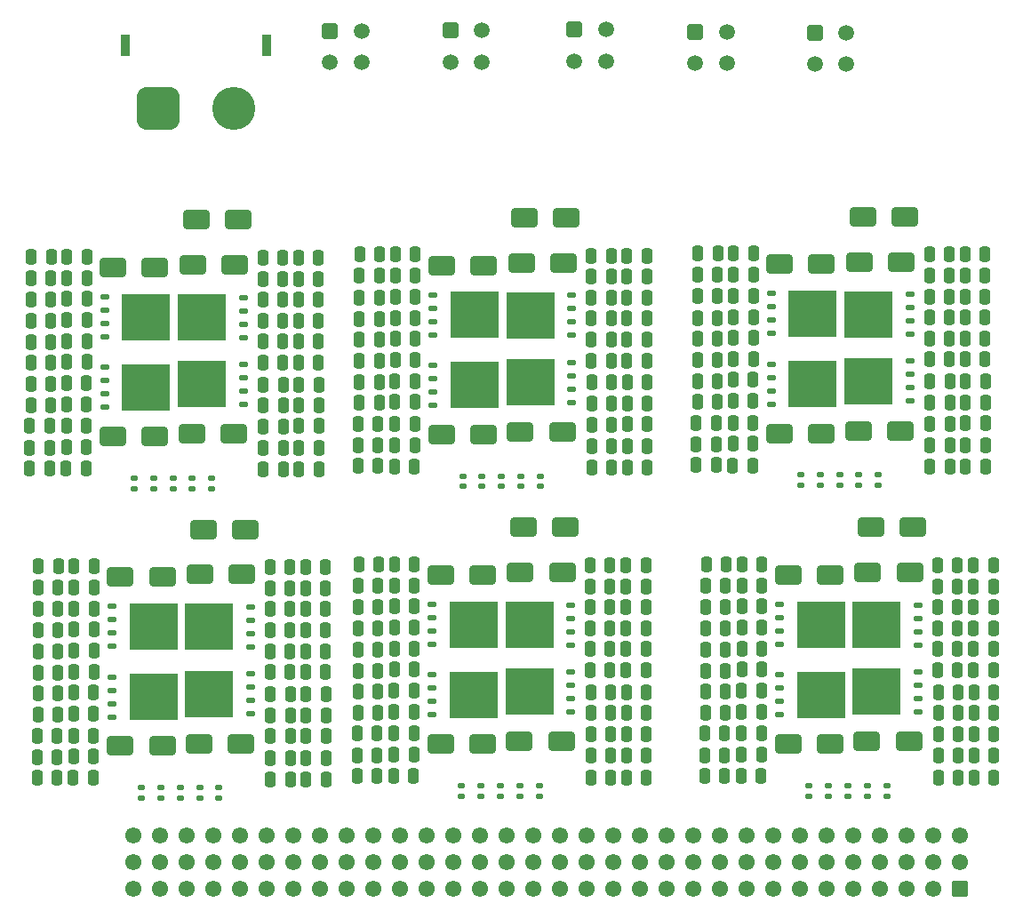
<source format=gbr>
%TF.GenerationSoftware,KiCad,Pcbnew,9.0.3*%
%TF.CreationDate,2025-09-23T23:00:58+02:00*%
%TF.ProjectId,ModuCard-GPIO-AUX,4d6f6475-4361-4726-942d-4750494f2d41,rev?*%
%TF.SameCoordinates,Original*%
%TF.FileFunction,Copper,L1,Top*%
%TF.FilePolarity,Positive*%
%FSLAX46Y46*%
G04 Gerber Fmt 4.6, Leading zero omitted, Abs format (unit mm)*
G04 Created by KiCad (PCBNEW 9.0.3) date 2025-09-23 23:00:58*
%MOMM*%
%LPD*%
G01*
G04 APERTURE LIST*
G04 Aperture macros list*
%AMRoundRect*
0 Rectangle with rounded corners*
0 $1 Rounding radius*
0 $2 $3 $4 $5 $6 $7 $8 $9 X,Y pos of 4 corners*
0 Add a 4 corners polygon primitive as box body*
4,1,4,$2,$3,$4,$5,$6,$7,$8,$9,$2,$3,0*
0 Add four circle primitives for the rounded corners*
1,1,$1+$1,$2,$3*
1,1,$1+$1,$4,$5*
1,1,$1+$1,$6,$7*
1,1,$1+$1,$8,$9*
0 Add four rect primitives between the rounded corners*
20,1,$1+$1,$2,$3,$4,$5,0*
20,1,$1+$1,$4,$5,$6,$7,0*
20,1,$1+$1,$6,$7,$8,$9,0*
20,1,$1+$1,$8,$9,$2,$3,0*%
G04 Aperture macros list end*
%TA.AperFunction,SMDPad,CuDef*%
%ADD10RoundRect,0.250000X0.250000X0.475000X-0.250000X0.475000X-0.250000X-0.475000X0.250000X-0.475000X0*%
%TD*%
%TA.AperFunction,SMDPad,CuDef*%
%ADD11RoundRect,0.140000X-0.170000X0.140000X-0.170000X-0.140000X0.170000X-0.140000X0.170000X0.140000X0*%
%TD*%
%TA.AperFunction,SMDPad,CuDef*%
%ADD12RoundRect,0.125000X-0.300000X-0.125000X0.300000X-0.125000X0.300000X0.125000X-0.300000X0.125000X0*%
%TD*%
%TA.AperFunction,SMDPad,CuDef*%
%ADD13R,4.550000X4.410000*%
%TD*%
%TA.AperFunction,SMDPad,CuDef*%
%ADD14RoundRect,0.250000X-1.000000X-0.650000X1.000000X-0.650000X1.000000X0.650000X-1.000000X0.650000X0*%
%TD*%
%TA.AperFunction,SMDPad,CuDef*%
%ADD15RoundRect,0.250000X1.000000X0.650000X-1.000000X0.650000X-1.000000X-0.650000X1.000000X-0.650000X0*%
%TD*%
%TA.AperFunction,SMDPad,CuDef*%
%ADD16RoundRect,0.125000X0.300000X0.125000X-0.300000X0.125000X-0.300000X-0.125000X0.300000X-0.125000X0*%
%TD*%
%TA.AperFunction,ComponentPad*%
%ADD17RoundRect,0.250001X-0.499999X-0.499999X0.499999X-0.499999X0.499999X0.499999X-0.499999X0.499999X0*%
%TD*%
%TA.AperFunction,ComponentPad*%
%ADD18C,1.500000*%
%TD*%
%TA.AperFunction,ComponentPad*%
%ADD19R,0.900000X2.000000*%
%TD*%
%TA.AperFunction,ComponentPad*%
%ADD20RoundRect,1.025000X-1.025000X-1.025000X1.025000X-1.025000X1.025000X1.025000X-1.025000X1.025000X0*%
%TD*%
%TA.AperFunction,ComponentPad*%
%ADD21C,4.100000*%
%TD*%
%TA.AperFunction,ComponentPad*%
%ADD22RoundRect,0.249999X0.525001X0.525001X-0.525001X0.525001X-0.525001X-0.525001X0.525001X-0.525001X0*%
%TD*%
%TA.AperFunction,ComponentPad*%
%ADD23C,1.550000*%
%TD*%
G04 APERTURE END LIST*
D10*
%TO.P,C13,2*%
%TO.N,GND*%
X95350000Y-112910000D03*
%TO.P,C13,1*%
%TO.N,Net-(C12-Pad2)*%
X97250000Y-112910000D03*
%TD*%
%TO.P,C15,2*%
%TO.N,GND*%
X95350000Y-108910000D03*
%TO.P,C15,1*%
%TO.N,Net-(C14-Pad2)*%
X97250000Y-108910000D03*
%TD*%
%TO.P,C17,2*%
%TO.N,GND*%
X95400000Y-100760000D03*
%TO.P,C17,1*%
%TO.N,Net-(C16-Pad2)*%
X97300000Y-100760000D03*
%TD*%
%TO.P,C2,2*%
%TO.N,Net-(C2-Pad2)*%
X98800000Y-108810000D03*
%TO.P,C2,1*%
%TO.N,VIN_BRIDGE*%
X100700000Y-108810000D03*
%TD*%
%TO.P,C19,2*%
%TO.N,GND*%
X95250000Y-120910000D03*
%TO.P,C19,1*%
%TO.N,Net-(C18-Pad2)*%
X97150000Y-120910000D03*
%TD*%
%TO.P,C22,2*%
%TO.N,/Conn1/HalfBridge/OUT*%
X95350000Y-114910000D03*
%TO.P,C22,1*%
%TO.N,Net-(U1-VB)*%
X97250000Y-114910000D03*
%TD*%
%TO.P,C20,2*%
%TO.N,Net-(C20-Pad2)*%
X95250000Y-118960000D03*
%TO.P,C20,1*%
%TO.N,VIN_BRIDGE*%
X97150000Y-118960000D03*
%TD*%
%TO.P,C6,2*%
%TO.N,Net-(C6-Pad2)*%
X98800000Y-100760000D03*
%TO.P,C6,1*%
%TO.N,VIN_BRIDGE*%
X100700000Y-100760000D03*
%TD*%
%TO.P,C16,2*%
%TO.N,Net-(C16-Pad2)*%
X95350000Y-102810000D03*
%TO.P,C16,1*%
%TO.N,VIN_BRIDGE*%
X97250000Y-102810000D03*
%TD*%
%TO.P,C1,2*%
%TO.N,GND*%
X98800000Y-110810000D03*
%TO.P,C1,1*%
%TO.N,VIN_BL*%
X100700000Y-110810000D03*
%TD*%
%TO.P,C12,2*%
%TO.N,Net-(C12-Pad2)*%
X98750000Y-112810000D03*
%TO.P,C12,1*%
%TO.N,VIN_BRIDGE*%
X100650000Y-112810000D03*
%TD*%
%TO.P,C3,2*%
%TO.N,GND*%
X98800000Y-106810000D03*
%TO.P,C3,1*%
%TO.N,Net-(C2-Pad2)*%
X100700000Y-106810000D03*
%TD*%
%TO.P,C5,2*%
%TO.N,GND*%
X98800000Y-102810000D03*
%TO.P,C5,1*%
%TO.N,Net-(C4-Pad2)*%
X100700000Y-102810000D03*
%TD*%
%TO.P,C4,2*%
%TO.N,Net-(C4-Pad2)*%
X98800000Y-104810000D03*
%TO.P,C4,1*%
%TO.N,VIN_BRIDGE*%
X100700000Y-104810000D03*
%TD*%
%TO.P,C7,2*%
%TO.N,GND*%
X95350000Y-106910000D03*
%TO.P,C7,1*%
%TO.N,Net-(C6-Pad2)*%
X97250000Y-106910000D03*
%TD*%
%TO.P,C18,2*%
%TO.N,Net-(C18-Pad2)*%
X98700000Y-120960000D03*
%TO.P,C18,1*%
%TO.N,VIN_BRIDGE*%
X100600000Y-120960000D03*
%TD*%
%TO.P,C10,2*%
%TO.N,Net-(C10-Pad2)*%
X98750000Y-116910000D03*
%TO.P,C10,1*%
%TO.N,VIN_BRIDGE*%
X100650000Y-116910000D03*
%TD*%
%TO.P,C14,2*%
%TO.N,Net-(C14-Pad2)*%
X95350000Y-110910000D03*
%TO.P,C14,1*%
%TO.N,VIN_BRIDGE*%
X97250000Y-110910000D03*
%TD*%
%TO.P,C11,2*%
%TO.N,GND*%
X98750000Y-114810000D03*
%TO.P,C11,1*%
%TO.N,Net-(C10-Pad2)*%
X100650000Y-114810000D03*
%TD*%
%TO.P,C9,2*%
%TO.N,GND*%
X98750000Y-118910000D03*
%TO.P,C9,1*%
%TO.N,Net-(C8-Pad2)*%
X100650000Y-118910000D03*
%TD*%
%TO.P,C8,2*%
%TO.N,Net-(C8-Pad2)*%
X95350000Y-104860000D03*
%TO.P,C8,1*%
%TO.N,VIN_BRIDGE*%
X97250000Y-104860000D03*
%TD*%
%TO.P,C21,2*%
%TO.N,GND*%
X95250000Y-116910000D03*
%TO.P,C21,1*%
%TO.N,Net-(C20-Pad2)*%
X97150000Y-116910000D03*
%TD*%
%TO.P,C32,1*%
%TO.N,VIN_BRIDGE*%
X155750000Y-136370000D03*
%TO.P,C32,2*%
%TO.N,Net-(C32-Pad2)*%
X153850000Y-136370000D03*
%TD*%
D11*
%TO.P,R11,1*%
%TO.N,Net-(U2-HO)*%
X140050000Y-151370000D03*
%TO.P,R11,2*%
%TO.N,Net-(Q3-G)*%
X140050000Y-152370000D03*
%TD*%
D10*
%TO.P,C39,1*%
%TO.N,Net-(C38-Pad2)*%
X152350000Y-130370000D03*
%TO.P,C39,2*%
%TO.N,GND*%
X150450000Y-130370000D03*
%TD*%
D12*
%TO.P,Q1,1,S*%
%TO.N,/Conn1/HalfBridge/OUT*%
X135400000Y-134105000D03*
%TO.P,Q1,2,S*%
X135400000Y-135375000D03*
%TO.P,Q1,3,S*%
X135400000Y-136645000D03*
%TO.P,Q1,4,G*%
%TO.N,Net-(Q1-G)*%
X135400000Y-137915000D03*
D13*
%TO.P,Q1,5,D*%
%TO.N,VIN_BRIDGE*%
X139350000Y-136010000D03*
%TD*%
D10*
%TO.P,C21,1*%
%TO.N,Net-(C20-Pad2)*%
X130150000Y-146410000D03*
%TO.P,C21,2*%
%TO.N,GND*%
X128250000Y-146410000D03*
%TD*%
D11*
%TO.P,R8,1*%
%TO.N,VIN_BL*%
X145600000Y-151370000D03*
%TO.P,R8,2*%
%TO.N,Net-(U2-EN)*%
X145600000Y-152370000D03*
%TD*%
D10*
%TO.P,C29,1*%
%TO.N,Net-(C28-Pad2)*%
X155800000Y-146420000D03*
%TO.P,C29,2*%
%TO.N,GND*%
X153900000Y-146420000D03*
%TD*%
%TO.P,C8,1*%
%TO.N,VIN_BRIDGE*%
X130250000Y-134360000D03*
%TO.P,C8,2*%
%TO.N,Net-(C8-Pad2)*%
X128350000Y-134360000D03*
%TD*%
D11*
%TO.P,R10,1*%
%TO.N,GND*%
X141900000Y-151370000D03*
%TO.P,R10,2*%
%TO.N,Net-(U2-DT)*%
X141900000Y-152370000D03*
%TD*%
D10*
%TO.P,C37,1*%
%TO.N,Net-(C36-Pad2)*%
X152350000Y-134370000D03*
%TO.P,C37,2*%
%TO.N,GND*%
X150450000Y-134370000D03*
%TD*%
%TO.P,C18,1*%
%TO.N,VIN_BRIDGE*%
X133600000Y-150460000D03*
%TO.P,C18,2*%
%TO.N,Net-(C18-Pad2)*%
X131700000Y-150460000D03*
%TD*%
D14*
%TO.P,D6,1,K*%
%TO.N,/Conn1/HalfBridge1/OUT*%
X143800000Y-131070000D03*
%TO.P,D6,2,A*%
%TO.N,GND*%
X147800000Y-131070000D03*
%TD*%
D10*
%TO.P,C40,1*%
%TO.N,VIN_BRIDGE*%
X155750000Y-130370000D03*
%TO.P,C40,2*%
%TO.N,Net-(C40-Pad2)*%
X153850000Y-130370000D03*
%TD*%
%TO.P,C4,1*%
%TO.N,VIN_BRIDGE*%
X133700000Y-134310000D03*
%TO.P,C4,2*%
%TO.N,Net-(C4-Pad2)*%
X131800000Y-134310000D03*
%TD*%
D11*
%TO.P,R12,1*%
%TO.N,unconnected-(R12-Pad1)*%
X138200000Y-151370000D03*
%TO.P,R12,2*%
%TO.N,Net-(Q4-G)*%
X138200000Y-152370000D03*
%TD*%
D10*
%TO.P,C26,1*%
%TO.N,VIN_BRIDGE*%
X155800000Y-144470000D03*
%TO.P,C26,2*%
%TO.N,Net-(C26-Pad2)*%
X153900000Y-144470000D03*
%TD*%
%TO.P,C9,1*%
%TO.N,Net-(C8-Pad2)*%
X133650000Y-148410000D03*
%TO.P,C9,2*%
%TO.N,GND*%
X131750000Y-148410000D03*
%TD*%
%TO.P,C27,1*%
%TO.N,Net-(C26-Pad2)*%
X152400000Y-144470000D03*
%TO.P,C27,2*%
%TO.N,GND*%
X150500000Y-144470000D03*
%TD*%
%TO.P,C34,1*%
%TO.N,VIN_BRIDGE*%
X155750000Y-132370000D03*
%TO.P,C34,2*%
%TO.N,Net-(C34-Pad2)*%
X153850000Y-132370000D03*
%TD*%
%TO.P,C42,1*%
%TO.N,VIN_BRIDGE*%
X152400000Y-146470000D03*
%TO.P,C42,2*%
%TO.N,Net-(C42-Pad2)*%
X150500000Y-146470000D03*
%TD*%
%TO.P,C43,1*%
%TO.N,Net-(C42-Pad2)*%
X152350000Y-140370000D03*
%TO.P,C43,2*%
%TO.N,GND*%
X150450000Y-140370000D03*
%TD*%
%TO.P,C44,1*%
%TO.N,Net-(U2-VB)*%
X152350000Y-138370000D03*
%TO.P,C44,2*%
%TO.N,/Conn1/HalfBridge1/OUT*%
X150450000Y-138370000D03*
%TD*%
%TO.P,C11,1*%
%TO.N,Net-(C10-Pad2)*%
X133650000Y-144310000D03*
%TO.P,C11,2*%
%TO.N,GND*%
X131750000Y-144310000D03*
%TD*%
%TO.P,C10,1*%
%TO.N,VIN_BRIDGE*%
X133650000Y-146410000D03*
%TO.P,C10,2*%
%TO.N,Net-(C10-Pad2)*%
X131750000Y-146410000D03*
%TD*%
%TO.P,C31,1*%
%TO.N,Net-(C30-Pad2)*%
X155750000Y-138370000D03*
%TO.P,C31,2*%
%TO.N,GND*%
X153850000Y-138370000D03*
%TD*%
%TO.P,C14,1*%
%TO.N,VIN_BRIDGE*%
X130250000Y-140410000D03*
%TO.P,C14,2*%
%TO.N,Net-(C14-Pad2)*%
X128350000Y-140410000D03*
%TD*%
%TO.P,C7,1*%
%TO.N,Net-(C6-Pad2)*%
X130250000Y-136410000D03*
%TO.P,C7,2*%
%TO.N,GND*%
X128350000Y-136410000D03*
%TD*%
%TO.P,C38,1*%
%TO.N,VIN_BRIDGE*%
X152350000Y-132370000D03*
%TO.P,C38,2*%
%TO.N,Net-(C38-Pad2)*%
X150450000Y-132370000D03*
%TD*%
%TO.P,C6,1*%
%TO.N,VIN_BRIDGE*%
X133700000Y-130260000D03*
%TO.P,C6,2*%
%TO.N,Net-(C6-Pad2)*%
X131800000Y-130260000D03*
%TD*%
%TO.P,C5,1*%
%TO.N,Net-(C4-Pad2)*%
X133700000Y-132310000D03*
%TO.P,C5,2*%
%TO.N,GND*%
X131800000Y-132310000D03*
%TD*%
%TO.P,C23,1*%
%TO.N,VIN_BL*%
X155800000Y-148520000D03*
%TO.P,C23,2*%
%TO.N,GND*%
X153900000Y-148520000D03*
%TD*%
%TO.P,C3,1*%
%TO.N,Net-(C2-Pad2)*%
X133700000Y-136310000D03*
%TO.P,C3,2*%
%TO.N,GND*%
X131800000Y-136310000D03*
%TD*%
%TO.P,C12,1*%
%TO.N,VIN_BRIDGE*%
X133650000Y-142310000D03*
%TO.P,C12,2*%
%TO.N,Net-(C12-Pad2)*%
X131750000Y-142310000D03*
%TD*%
%TO.P,C1,1*%
%TO.N,VIN_BL*%
X133700000Y-140310000D03*
%TO.P,C1,2*%
%TO.N,GND*%
X131800000Y-140310000D03*
%TD*%
%TO.P,C20,1*%
%TO.N,VIN_BRIDGE*%
X130150000Y-148460000D03*
%TO.P,C20,2*%
%TO.N,Net-(C20-Pad2)*%
X128250000Y-148460000D03*
%TD*%
D12*
%TO.P,Q2,1,S*%
%TO.N,GND*%
X135400000Y-140815000D03*
%TO.P,Q2,2,S*%
X135400000Y-142085000D03*
%TO.P,Q2,3,S*%
X135400000Y-143355000D03*
%TO.P,Q2,4,G*%
%TO.N,Net-(Q2-G)*%
X135400000Y-144625000D03*
D13*
%TO.P,Q2,5,D*%
%TO.N,/Conn1/HalfBridge/OUT*%
X139350000Y-142720000D03*
%TD*%
D15*
%TO.P,D3,1,K*%
%TO.N,/Conn1/HalfBridge/OUT*%
X140200000Y-147410000D03*
%TO.P,D3,2,A*%
%TO.N,GND*%
X136200000Y-147410000D03*
%TD*%
D10*
%TO.P,C16,1*%
%TO.N,VIN_BRIDGE*%
X130250000Y-132310000D03*
%TO.P,C16,2*%
%TO.N,Net-(C16-Pad2)*%
X128350000Y-132310000D03*
%TD*%
D14*
%TO.P,D5,1,K*%
%TO.N,VIN_BRIDGE*%
X143700000Y-147170000D03*
%TO.P,D5,2,A*%
%TO.N,/Conn1/HalfBridge1/OUT*%
X147700000Y-147170000D03*
%TD*%
D16*
%TO.P,Q3,1,S*%
%TO.N,/Conn1/HalfBridge1/OUT*%
X148600000Y-144340000D03*
%TO.P,Q3,2,S*%
X148600000Y-143070000D03*
%TO.P,Q3,3,S*%
X148600000Y-141800000D03*
%TO.P,Q3,4,G*%
%TO.N,Net-(Q3-G)*%
X148600000Y-140530000D03*
D13*
%TO.P,Q3,5,D*%
%TO.N,VIN_BRIDGE*%
X144650000Y-142435000D03*
%TD*%
D16*
%TO.P,Q4,1,S*%
%TO.N,GND*%
X148600000Y-137970000D03*
%TO.P,Q4,2,S*%
X148600000Y-136700000D03*
%TO.P,Q4,3,S*%
X148600000Y-135430000D03*
%TO.P,Q4,4,G*%
%TO.N,Net-(Q4-G)*%
X148600000Y-134160000D03*
D13*
%TO.P,Q4,5,D*%
%TO.N,/Conn1/HalfBridge1/OUT*%
X144650000Y-136065000D03*
%TD*%
D11*
%TO.P,R9,1*%
%TO.N,/Conn1/Bridge_IN2*%
X143750000Y-151370000D03*
%TO.P,R9,2*%
%TO.N,Net-(U2-IN)*%
X143750000Y-152370000D03*
%TD*%
D15*
%TO.P,D2,1,K*%
%TO.N,VIN_BRIDGE*%
X140200000Y-131310000D03*
%TO.P,D2,2,A*%
%TO.N,/Conn1/HalfBridge/OUT*%
X136200000Y-131310000D03*
%TD*%
D10*
%TO.P,C41,1*%
%TO.N,Net-(C40-Pad2)*%
X152400000Y-148520000D03*
%TO.P,C41,2*%
%TO.N,GND*%
X150500000Y-148520000D03*
%TD*%
%TO.P,C30,1*%
%TO.N,VIN_BRIDGE*%
X155750000Y-140370000D03*
%TO.P,C30,2*%
%TO.N,Net-(C30-Pad2)*%
X153850000Y-140370000D03*
%TD*%
%TO.P,C24,1*%
%TO.N,VIN_BRIDGE*%
X155800000Y-150570000D03*
%TO.P,C24,2*%
%TO.N,Net-(C24-Pad2)*%
X153900000Y-150570000D03*
%TD*%
%TO.P,C36,1*%
%TO.N,VIN_BRIDGE*%
X152350000Y-136370000D03*
%TO.P,C36,2*%
%TO.N,Net-(C36-Pad2)*%
X150450000Y-136370000D03*
%TD*%
%TO.P,C28,1*%
%TO.N,VIN_BRIDGE*%
X155800000Y-142470000D03*
%TO.P,C28,2*%
%TO.N,Net-(C28-Pad2)*%
X153900000Y-142470000D03*
%TD*%
%TO.P,C33,1*%
%TO.N,Net-(C32-Pad2)*%
X155750000Y-134370000D03*
%TO.P,C33,2*%
%TO.N,GND*%
X153850000Y-134370000D03*
%TD*%
%TO.P,C2,1*%
%TO.N,VIN_BRIDGE*%
X133700000Y-138310000D03*
%TO.P,C2,2*%
%TO.N,Net-(C2-Pad2)*%
X131800000Y-138310000D03*
%TD*%
%TO.P,C19,1*%
%TO.N,Net-(C18-Pad2)*%
X130150000Y-150410000D03*
%TO.P,C19,2*%
%TO.N,GND*%
X128250000Y-150410000D03*
%TD*%
%TO.P,C17,1*%
%TO.N,Net-(C16-Pad2)*%
X130300000Y-130260000D03*
%TO.P,C17,2*%
%TO.N,GND*%
X128400000Y-130260000D03*
%TD*%
%TO.P,C25,1*%
%TO.N,Net-(C24-Pad2)*%
X152400000Y-142470000D03*
%TO.P,C25,2*%
%TO.N,GND*%
X150500000Y-142470000D03*
%TD*%
%TO.P,C15,1*%
%TO.N,Net-(C14-Pad2)*%
X130250000Y-138410000D03*
%TO.P,C15,2*%
%TO.N,GND*%
X128350000Y-138410000D03*
%TD*%
%TO.P,C35,1*%
%TO.N,Net-(C34-Pad2)*%
X152400000Y-150570000D03*
%TO.P,C35,2*%
%TO.N,GND*%
X150500000Y-150570000D03*
%TD*%
%TO.P,C22,1*%
%TO.N,Net-(U1-VB)*%
X130250000Y-144410000D03*
%TO.P,C22,2*%
%TO.N,/Conn1/HalfBridge/OUT*%
X128350000Y-144410000D03*
%TD*%
%TO.P,C13,1*%
%TO.N,Net-(C12-Pad2)*%
X130250000Y-142410000D03*
%TO.P,C13,2*%
%TO.N,GND*%
X128350000Y-142410000D03*
%TD*%
D15*
%TO.P,D4,1,K*%
%TO.N,Net-(D4-K)*%
X148100000Y-126770000D03*
%TO.P,D4,2,A*%
%TO.N,VIN_BL*%
X144100000Y-126770000D03*
%TD*%
D10*
%TO.P,C32,1*%
%TO.N,VIN_BRIDGE*%
X154950000Y-106770000D03*
%TO.P,C32,2*%
%TO.N,Net-(C32-Pad2)*%
X153050000Y-106770000D03*
%TD*%
D11*
%TO.P,R11,1*%
%TO.N,Net-(U2-HO)*%
X139250000Y-121770000D03*
%TO.P,R11,2*%
%TO.N,Net-(Q3-G)*%
X139250000Y-122770000D03*
%TD*%
D10*
%TO.P,C39,1*%
%TO.N,Net-(C38-Pad2)*%
X151550000Y-100770000D03*
%TO.P,C39,2*%
%TO.N,GND*%
X149650000Y-100770000D03*
%TD*%
D12*
%TO.P,Q1,1,S*%
%TO.N,/Conn1/HalfBridge/OUT*%
X134600000Y-104505000D03*
%TO.P,Q1,2,S*%
X134600000Y-105775000D03*
%TO.P,Q1,3,S*%
X134600000Y-107045000D03*
%TO.P,Q1,4,G*%
%TO.N,Net-(Q1-G)*%
X134600000Y-108315000D03*
D13*
%TO.P,Q1,5,D*%
%TO.N,VIN_BRIDGE*%
X138550000Y-106410000D03*
%TD*%
D10*
%TO.P,C21,1*%
%TO.N,Net-(C20-Pad2)*%
X129350000Y-116810000D03*
%TO.P,C21,2*%
%TO.N,GND*%
X127450000Y-116810000D03*
%TD*%
D11*
%TO.P,R8,1*%
%TO.N,VIN_BL*%
X144800000Y-121770000D03*
%TO.P,R8,2*%
%TO.N,Net-(U2-EN)*%
X144800000Y-122770000D03*
%TD*%
D10*
%TO.P,C29,1*%
%TO.N,Net-(C28-Pad2)*%
X155000000Y-116820000D03*
%TO.P,C29,2*%
%TO.N,GND*%
X153100000Y-116820000D03*
%TD*%
%TO.P,C8,1*%
%TO.N,VIN_BRIDGE*%
X129450000Y-104760000D03*
%TO.P,C8,2*%
%TO.N,Net-(C8-Pad2)*%
X127550000Y-104760000D03*
%TD*%
D11*
%TO.P,R10,1*%
%TO.N,GND*%
X141100000Y-121770000D03*
%TO.P,R10,2*%
%TO.N,Net-(U2-DT)*%
X141100000Y-122770000D03*
%TD*%
D10*
%TO.P,C37,1*%
%TO.N,Net-(C36-Pad2)*%
X151550000Y-104770000D03*
%TO.P,C37,2*%
%TO.N,GND*%
X149650000Y-104770000D03*
%TD*%
%TO.P,C18,1*%
%TO.N,VIN_BRIDGE*%
X132800000Y-120860000D03*
%TO.P,C18,2*%
%TO.N,Net-(C18-Pad2)*%
X130900000Y-120860000D03*
%TD*%
D14*
%TO.P,D6,1,K*%
%TO.N,/Conn1/HalfBridge1/OUT*%
X143000000Y-101470000D03*
%TO.P,D6,2,A*%
%TO.N,GND*%
X147000000Y-101470000D03*
%TD*%
D10*
%TO.P,C40,1*%
%TO.N,VIN_BRIDGE*%
X154950000Y-100770000D03*
%TO.P,C40,2*%
%TO.N,Net-(C40-Pad2)*%
X153050000Y-100770000D03*
%TD*%
%TO.P,C4,1*%
%TO.N,VIN_BRIDGE*%
X132900000Y-104710000D03*
%TO.P,C4,2*%
%TO.N,Net-(C4-Pad2)*%
X131000000Y-104710000D03*
%TD*%
D11*
%TO.P,R12,1*%
%TO.N,unconnected-(R12-Pad1)*%
X137400000Y-121770000D03*
%TO.P,R12,2*%
%TO.N,Net-(Q4-G)*%
X137400000Y-122770000D03*
%TD*%
D10*
%TO.P,C26,1*%
%TO.N,VIN_BRIDGE*%
X155000000Y-114870000D03*
%TO.P,C26,2*%
%TO.N,Net-(C26-Pad2)*%
X153100000Y-114870000D03*
%TD*%
%TO.P,C9,1*%
%TO.N,Net-(C8-Pad2)*%
X132850000Y-118810000D03*
%TO.P,C9,2*%
%TO.N,GND*%
X130950000Y-118810000D03*
%TD*%
%TO.P,C27,1*%
%TO.N,Net-(C26-Pad2)*%
X151600000Y-114870000D03*
%TO.P,C27,2*%
%TO.N,GND*%
X149700000Y-114870000D03*
%TD*%
%TO.P,C34,1*%
%TO.N,VIN_BRIDGE*%
X154950000Y-102770000D03*
%TO.P,C34,2*%
%TO.N,Net-(C34-Pad2)*%
X153050000Y-102770000D03*
%TD*%
%TO.P,C42,1*%
%TO.N,VIN_BRIDGE*%
X151600000Y-116870000D03*
%TO.P,C42,2*%
%TO.N,Net-(C42-Pad2)*%
X149700000Y-116870000D03*
%TD*%
%TO.P,C43,1*%
%TO.N,Net-(C42-Pad2)*%
X151550000Y-110770000D03*
%TO.P,C43,2*%
%TO.N,GND*%
X149650000Y-110770000D03*
%TD*%
%TO.P,C44,1*%
%TO.N,Net-(U2-VB)*%
X151550000Y-108770000D03*
%TO.P,C44,2*%
%TO.N,/Conn1/HalfBridge1/OUT*%
X149650000Y-108770000D03*
%TD*%
%TO.P,C11,1*%
%TO.N,Net-(C10-Pad2)*%
X132850000Y-114710000D03*
%TO.P,C11,2*%
%TO.N,GND*%
X130950000Y-114710000D03*
%TD*%
%TO.P,C10,1*%
%TO.N,VIN_BRIDGE*%
X132850000Y-116810000D03*
%TO.P,C10,2*%
%TO.N,Net-(C10-Pad2)*%
X130950000Y-116810000D03*
%TD*%
%TO.P,C31,1*%
%TO.N,Net-(C30-Pad2)*%
X154950000Y-108770000D03*
%TO.P,C31,2*%
%TO.N,GND*%
X153050000Y-108770000D03*
%TD*%
%TO.P,C14,1*%
%TO.N,VIN_BRIDGE*%
X129450000Y-110810000D03*
%TO.P,C14,2*%
%TO.N,Net-(C14-Pad2)*%
X127550000Y-110810000D03*
%TD*%
%TO.P,C7,1*%
%TO.N,Net-(C6-Pad2)*%
X129450000Y-106810000D03*
%TO.P,C7,2*%
%TO.N,GND*%
X127550000Y-106810000D03*
%TD*%
%TO.P,C38,1*%
%TO.N,VIN_BRIDGE*%
X151550000Y-102770000D03*
%TO.P,C38,2*%
%TO.N,Net-(C38-Pad2)*%
X149650000Y-102770000D03*
%TD*%
%TO.P,C6,1*%
%TO.N,VIN_BRIDGE*%
X132900000Y-100660000D03*
%TO.P,C6,2*%
%TO.N,Net-(C6-Pad2)*%
X131000000Y-100660000D03*
%TD*%
%TO.P,C5,1*%
%TO.N,Net-(C4-Pad2)*%
X132900000Y-102710000D03*
%TO.P,C5,2*%
%TO.N,GND*%
X131000000Y-102710000D03*
%TD*%
%TO.P,C23,1*%
%TO.N,VIN_BL*%
X155000000Y-118920000D03*
%TO.P,C23,2*%
%TO.N,GND*%
X153100000Y-118920000D03*
%TD*%
%TO.P,C3,1*%
%TO.N,Net-(C2-Pad2)*%
X132900000Y-106710000D03*
%TO.P,C3,2*%
%TO.N,GND*%
X131000000Y-106710000D03*
%TD*%
%TO.P,C12,1*%
%TO.N,VIN_BRIDGE*%
X132850000Y-112710000D03*
%TO.P,C12,2*%
%TO.N,Net-(C12-Pad2)*%
X130950000Y-112710000D03*
%TD*%
%TO.P,C1,1*%
%TO.N,VIN_BL*%
X132900000Y-110710000D03*
%TO.P,C1,2*%
%TO.N,GND*%
X131000000Y-110710000D03*
%TD*%
%TO.P,C20,1*%
%TO.N,VIN_BRIDGE*%
X129350000Y-118860000D03*
%TO.P,C20,2*%
%TO.N,Net-(C20-Pad2)*%
X127450000Y-118860000D03*
%TD*%
D12*
%TO.P,Q2,1,S*%
%TO.N,GND*%
X134600000Y-111215000D03*
%TO.P,Q2,2,S*%
X134600000Y-112485000D03*
%TO.P,Q2,3,S*%
X134600000Y-113755000D03*
%TO.P,Q2,4,G*%
%TO.N,Net-(Q2-G)*%
X134600000Y-115025000D03*
D13*
%TO.P,Q2,5,D*%
%TO.N,/Conn1/HalfBridge/OUT*%
X138550000Y-113120000D03*
%TD*%
D15*
%TO.P,D3,1,K*%
%TO.N,/Conn1/HalfBridge/OUT*%
X139400000Y-117810000D03*
%TO.P,D3,2,A*%
%TO.N,GND*%
X135400000Y-117810000D03*
%TD*%
D10*
%TO.P,C16,1*%
%TO.N,VIN_BRIDGE*%
X129450000Y-102710000D03*
%TO.P,C16,2*%
%TO.N,Net-(C16-Pad2)*%
X127550000Y-102710000D03*
%TD*%
D14*
%TO.P,D5,1,K*%
%TO.N,VIN_BRIDGE*%
X142900000Y-117570000D03*
%TO.P,D5,2,A*%
%TO.N,/Conn1/HalfBridge1/OUT*%
X146900000Y-117570000D03*
%TD*%
D16*
%TO.P,Q3,1,S*%
%TO.N,/Conn1/HalfBridge1/OUT*%
X147800000Y-114740000D03*
%TO.P,Q3,2,S*%
X147800000Y-113470000D03*
%TO.P,Q3,3,S*%
X147800000Y-112200000D03*
%TO.P,Q3,4,G*%
%TO.N,Net-(Q3-G)*%
X147800000Y-110930000D03*
D13*
%TO.P,Q3,5,D*%
%TO.N,VIN_BRIDGE*%
X143850000Y-112835000D03*
%TD*%
D16*
%TO.P,Q4,1,S*%
%TO.N,GND*%
X147800000Y-108370000D03*
%TO.P,Q4,2,S*%
X147800000Y-107100000D03*
%TO.P,Q4,3,S*%
X147800000Y-105830000D03*
%TO.P,Q4,4,G*%
%TO.N,Net-(Q4-G)*%
X147800000Y-104560000D03*
D13*
%TO.P,Q4,5,D*%
%TO.N,/Conn1/HalfBridge1/OUT*%
X143850000Y-106465000D03*
%TD*%
D11*
%TO.P,R9,1*%
%TO.N,/Conn1/Bridge_IN2*%
X142950000Y-121770000D03*
%TO.P,R9,2*%
%TO.N,Net-(U2-IN)*%
X142950000Y-122770000D03*
%TD*%
D15*
%TO.P,D2,1,K*%
%TO.N,VIN_BRIDGE*%
X139400000Y-101710000D03*
%TO.P,D2,2,A*%
%TO.N,/Conn1/HalfBridge/OUT*%
X135400000Y-101710000D03*
%TD*%
D10*
%TO.P,C41,1*%
%TO.N,Net-(C40-Pad2)*%
X151600000Y-118920000D03*
%TO.P,C41,2*%
%TO.N,GND*%
X149700000Y-118920000D03*
%TD*%
%TO.P,C30,1*%
%TO.N,VIN_BRIDGE*%
X154950000Y-110770000D03*
%TO.P,C30,2*%
%TO.N,Net-(C30-Pad2)*%
X153050000Y-110770000D03*
%TD*%
%TO.P,C24,1*%
%TO.N,VIN_BRIDGE*%
X155000000Y-120970000D03*
%TO.P,C24,2*%
%TO.N,Net-(C24-Pad2)*%
X153100000Y-120970000D03*
%TD*%
%TO.P,C36,1*%
%TO.N,VIN_BRIDGE*%
X151550000Y-106770000D03*
%TO.P,C36,2*%
%TO.N,Net-(C36-Pad2)*%
X149650000Y-106770000D03*
%TD*%
%TO.P,C28,1*%
%TO.N,VIN_BRIDGE*%
X155000000Y-112870000D03*
%TO.P,C28,2*%
%TO.N,Net-(C28-Pad2)*%
X153100000Y-112870000D03*
%TD*%
%TO.P,C33,1*%
%TO.N,Net-(C32-Pad2)*%
X154950000Y-104770000D03*
%TO.P,C33,2*%
%TO.N,GND*%
X153050000Y-104770000D03*
%TD*%
%TO.P,C2,1*%
%TO.N,VIN_BRIDGE*%
X132900000Y-108710000D03*
%TO.P,C2,2*%
%TO.N,Net-(C2-Pad2)*%
X131000000Y-108710000D03*
%TD*%
%TO.P,C19,1*%
%TO.N,Net-(C18-Pad2)*%
X129350000Y-120810000D03*
%TO.P,C19,2*%
%TO.N,GND*%
X127450000Y-120810000D03*
%TD*%
%TO.P,C17,1*%
%TO.N,Net-(C16-Pad2)*%
X129500000Y-100660000D03*
%TO.P,C17,2*%
%TO.N,GND*%
X127600000Y-100660000D03*
%TD*%
%TO.P,C25,1*%
%TO.N,Net-(C24-Pad2)*%
X151600000Y-112870000D03*
%TO.P,C25,2*%
%TO.N,GND*%
X149700000Y-112870000D03*
%TD*%
%TO.P,C15,1*%
%TO.N,Net-(C14-Pad2)*%
X129450000Y-108810000D03*
%TO.P,C15,2*%
%TO.N,GND*%
X127550000Y-108810000D03*
%TD*%
%TO.P,C35,1*%
%TO.N,Net-(C34-Pad2)*%
X151600000Y-120970000D03*
%TO.P,C35,2*%
%TO.N,GND*%
X149700000Y-120970000D03*
%TD*%
%TO.P,C22,1*%
%TO.N,Net-(U1-VB)*%
X129450000Y-114810000D03*
%TO.P,C22,2*%
%TO.N,/Conn1/HalfBridge/OUT*%
X127550000Y-114810000D03*
%TD*%
%TO.P,C13,1*%
%TO.N,Net-(C12-Pad2)*%
X129450000Y-112810000D03*
%TO.P,C13,2*%
%TO.N,GND*%
X127550000Y-112810000D03*
%TD*%
D15*
%TO.P,D4,1,K*%
%TO.N,Net-(D4-K)*%
X147300000Y-97170000D03*
%TO.P,D4,2,A*%
%TO.N,VIN_BL*%
X143300000Y-97170000D03*
%TD*%
D10*
%TO.P,C32,1*%
%TO.N,VIN_BRIDGE*%
X122650000Y-136370000D03*
%TO.P,C32,2*%
%TO.N,Net-(C32-Pad2)*%
X120750000Y-136370000D03*
%TD*%
D11*
%TO.P,R11,1*%
%TO.N,Net-(U2-HO)*%
X106950000Y-151370000D03*
%TO.P,R11,2*%
%TO.N,Net-(Q3-G)*%
X106950000Y-152370000D03*
%TD*%
D10*
%TO.P,C39,1*%
%TO.N,Net-(C38-Pad2)*%
X119250000Y-130370000D03*
%TO.P,C39,2*%
%TO.N,GND*%
X117350000Y-130370000D03*
%TD*%
D12*
%TO.P,Q1,1,S*%
%TO.N,/Conn1/HalfBridge/OUT*%
X102300000Y-134105000D03*
%TO.P,Q1,2,S*%
X102300000Y-135375000D03*
%TO.P,Q1,3,S*%
X102300000Y-136645000D03*
%TO.P,Q1,4,G*%
%TO.N,Net-(Q1-G)*%
X102300000Y-137915000D03*
D13*
%TO.P,Q1,5,D*%
%TO.N,VIN_BRIDGE*%
X106250000Y-136010000D03*
%TD*%
D10*
%TO.P,C21,1*%
%TO.N,Net-(C20-Pad2)*%
X97050000Y-146410000D03*
%TO.P,C21,2*%
%TO.N,GND*%
X95150000Y-146410000D03*
%TD*%
D11*
%TO.P,R8,1*%
%TO.N,VIN_BL*%
X112500000Y-151370000D03*
%TO.P,R8,2*%
%TO.N,Net-(U2-EN)*%
X112500000Y-152370000D03*
%TD*%
D10*
%TO.P,C29,1*%
%TO.N,Net-(C28-Pad2)*%
X122700000Y-146420000D03*
%TO.P,C29,2*%
%TO.N,GND*%
X120800000Y-146420000D03*
%TD*%
%TO.P,C8,1*%
%TO.N,VIN_BRIDGE*%
X97150000Y-134360000D03*
%TO.P,C8,2*%
%TO.N,Net-(C8-Pad2)*%
X95250000Y-134360000D03*
%TD*%
D11*
%TO.P,R10,1*%
%TO.N,GND*%
X108800000Y-151370000D03*
%TO.P,R10,2*%
%TO.N,Net-(U2-DT)*%
X108800000Y-152370000D03*
%TD*%
D10*
%TO.P,C37,1*%
%TO.N,Net-(C36-Pad2)*%
X119250000Y-134370000D03*
%TO.P,C37,2*%
%TO.N,GND*%
X117350000Y-134370000D03*
%TD*%
%TO.P,C18,1*%
%TO.N,VIN_BRIDGE*%
X100500000Y-150460000D03*
%TO.P,C18,2*%
%TO.N,Net-(C18-Pad2)*%
X98600000Y-150460000D03*
%TD*%
D14*
%TO.P,D6,1,K*%
%TO.N,/Conn1/HalfBridge1/OUT*%
X110700000Y-131070000D03*
%TO.P,D6,2,A*%
%TO.N,GND*%
X114700000Y-131070000D03*
%TD*%
D10*
%TO.P,C40,1*%
%TO.N,VIN_BRIDGE*%
X122650000Y-130370000D03*
%TO.P,C40,2*%
%TO.N,Net-(C40-Pad2)*%
X120750000Y-130370000D03*
%TD*%
%TO.P,C4,1*%
%TO.N,VIN_BRIDGE*%
X100600000Y-134310000D03*
%TO.P,C4,2*%
%TO.N,Net-(C4-Pad2)*%
X98700000Y-134310000D03*
%TD*%
D11*
%TO.P,R12,1*%
%TO.N,unconnected-(R12-Pad1)*%
X105100000Y-151370000D03*
%TO.P,R12,2*%
%TO.N,Net-(Q4-G)*%
X105100000Y-152370000D03*
%TD*%
D10*
%TO.P,C26,1*%
%TO.N,VIN_BRIDGE*%
X122700000Y-144470000D03*
%TO.P,C26,2*%
%TO.N,Net-(C26-Pad2)*%
X120800000Y-144470000D03*
%TD*%
%TO.P,C9,1*%
%TO.N,Net-(C8-Pad2)*%
X100550000Y-148410000D03*
%TO.P,C9,2*%
%TO.N,GND*%
X98650000Y-148410000D03*
%TD*%
%TO.P,C27,1*%
%TO.N,Net-(C26-Pad2)*%
X119300000Y-144470000D03*
%TO.P,C27,2*%
%TO.N,GND*%
X117400000Y-144470000D03*
%TD*%
%TO.P,C34,1*%
%TO.N,VIN_BRIDGE*%
X122650000Y-132370000D03*
%TO.P,C34,2*%
%TO.N,Net-(C34-Pad2)*%
X120750000Y-132370000D03*
%TD*%
%TO.P,C42,1*%
%TO.N,VIN_BRIDGE*%
X119300000Y-146470000D03*
%TO.P,C42,2*%
%TO.N,Net-(C42-Pad2)*%
X117400000Y-146470000D03*
%TD*%
%TO.P,C43,1*%
%TO.N,Net-(C42-Pad2)*%
X119250000Y-140370000D03*
%TO.P,C43,2*%
%TO.N,GND*%
X117350000Y-140370000D03*
%TD*%
%TO.P,C44,1*%
%TO.N,Net-(U2-VB)*%
X119250000Y-138370000D03*
%TO.P,C44,2*%
%TO.N,/Conn1/HalfBridge1/OUT*%
X117350000Y-138370000D03*
%TD*%
%TO.P,C11,1*%
%TO.N,Net-(C10-Pad2)*%
X100550000Y-144310000D03*
%TO.P,C11,2*%
%TO.N,GND*%
X98650000Y-144310000D03*
%TD*%
%TO.P,C10,1*%
%TO.N,VIN_BRIDGE*%
X100550000Y-146410000D03*
%TO.P,C10,2*%
%TO.N,Net-(C10-Pad2)*%
X98650000Y-146410000D03*
%TD*%
%TO.P,C31,1*%
%TO.N,Net-(C30-Pad2)*%
X122650000Y-138370000D03*
%TO.P,C31,2*%
%TO.N,GND*%
X120750000Y-138370000D03*
%TD*%
%TO.P,C14,1*%
%TO.N,VIN_BRIDGE*%
X97150000Y-140410000D03*
%TO.P,C14,2*%
%TO.N,Net-(C14-Pad2)*%
X95250000Y-140410000D03*
%TD*%
%TO.P,C7,1*%
%TO.N,Net-(C6-Pad2)*%
X97150000Y-136410000D03*
%TO.P,C7,2*%
%TO.N,GND*%
X95250000Y-136410000D03*
%TD*%
%TO.P,C38,1*%
%TO.N,VIN_BRIDGE*%
X119250000Y-132370000D03*
%TO.P,C38,2*%
%TO.N,Net-(C38-Pad2)*%
X117350000Y-132370000D03*
%TD*%
%TO.P,C6,1*%
%TO.N,VIN_BRIDGE*%
X100600000Y-130260000D03*
%TO.P,C6,2*%
%TO.N,Net-(C6-Pad2)*%
X98700000Y-130260000D03*
%TD*%
%TO.P,C5,1*%
%TO.N,Net-(C4-Pad2)*%
X100600000Y-132310000D03*
%TO.P,C5,2*%
%TO.N,GND*%
X98700000Y-132310000D03*
%TD*%
%TO.P,C23,1*%
%TO.N,VIN_BL*%
X122700000Y-148520000D03*
%TO.P,C23,2*%
%TO.N,GND*%
X120800000Y-148520000D03*
%TD*%
%TO.P,C3,1*%
%TO.N,Net-(C2-Pad2)*%
X100600000Y-136310000D03*
%TO.P,C3,2*%
%TO.N,GND*%
X98700000Y-136310000D03*
%TD*%
%TO.P,C12,1*%
%TO.N,VIN_BRIDGE*%
X100550000Y-142310000D03*
%TO.P,C12,2*%
%TO.N,Net-(C12-Pad2)*%
X98650000Y-142310000D03*
%TD*%
%TO.P,C1,1*%
%TO.N,VIN_BL*%
X100600000Y-140310000D03*
%TO.P,C1,2*%
%TO.N,GND*%
X98700000Y-140310000D03*
%TD*%
%TO.P,C20,1*%
%TO.N,VIN_BRIDGE*%
X97050000Y-148460000D03*
%TO.P,C20,2*%
%TO.N,Net-(C20-Pad2)*%
X95150000Y-148460000D03*
%TD*%
D12*
%TO.P,Q2,1,S*%
%TO.N,GND*%
X102300000Y-140815000D03*
%TO.P,Q2,2,S*%
X102300000Y-142085000D03*
%TO.P,Q2,3,S*%
X102300000Y-143355000D03*
%TO.P,Q2,4,G*%
%TO.N,Net-(Q2-G)*%
X102300000Y-144625000D03*
D13*
%TO.P,Q2,5,D*%
%TO.N,/Conn1/HalfBridge/OUT*%
X106250000Y-142720000D03*
%TD*%
D15*
%TO.P,D3,1,K*%
%TO.N,/Conn1/HalfBridge/OUT*%
X107100000Y-147410000D03*
%TO.P,D3,2,A*%
%TO.N,GND*%
X103100000Y-147410000D03*
%TD*%
D10*
%TO.P,C16,1*%
%TO.N,VIN_BRIDGE*%
X97150000Y-132310000D03*
%TO.P,C16,2*%
%TO.N,Net-(C16-Pad2)*%
X95250000Y-132310000D03*
%TD*%
D14*
%TO.P,D5,1,K*%
%TO.N,VIN_BRIDGE*%
X110600000Y-147170000D03*
%TO.P,D5,2,A*%
%TO.N,/Conn1/HalfBridge1/OUT*%
X114600000Y-147170000D03*
%TD*%
D16*
%TO.P,Q3,1,S*%
%TO.N,/Conn1/HalfBridge1/OUT*%
X115500000Y-144340000D03*
%TO.P,Q3,2,S*%
X115500000Y-143070000D03*
%TO.P,Q3,3,S*%
X115500000Y-141800000D03*
%TO.P,Q3,4,G*%
%TO.N,Net-(Q3-G)*%
X115500000Y-140530000D03*
D13*
%TO.P,Q3,5,D*%
%TO.N,VIN_BRIDGE*%
X111550000Y-142435000D03*
%TD*%
D16*
%TO.P,Q4,1,S*%
%TO.N,GND*%
X115500000Y-137970000D03*
%TO.P,Q4,2,S*%
X115500000Y-136700000D03*
%TO.P,Q4,3,S*%
X115500000Y-135430000D03*
%TO.P,Q4,4,G*%
%TO.N,Net-(Q4-G)*%
X115500000Y-134160000D03*
D13*
%TO.P,Q4,5,D*%
%TO.N,/Conn1/HalfBridge1/OUT*%
X111550000Y-136065000D03*
%TD*%
D11*
%TO.P,R9,1*%
%TO.N,/Conn1/Bridge_IN2*%
X110650000Y-151370000D03*
%TO.P,R9,2*%
%TO.N,Net-(U2-IN)*%
X110650000Y-152370000D03*
%TD*%
D15*
%TO.P,D2,1,K*%
%TO.N,VIN_BRIDGE*%
X107100000Y-131310000D03*
%TO.P,D2,2,A*%
%TO.N,/Conn1/HalfBridge/OUT*%
X103100000Y-131310000D03*
%TD*%
D10*
%TO.P,C41,1*%
%TO.N,Net-(C40-Pad2)*%
X119300000Y-148520000D03*
%TO.P,C41,2*%
%TO.N,GND*%
X117400000Y-148520000D03*
%TD*%
%TO.P,C30,1*%
%TO.N,VIN_BRIDGE*%
X122650000Y-140370000D03*
%TO.P,C30,2*%
%TO.N,Net-(C30-Pad2)*%
X120750000Y-140370000D03*
%TD*%
%TO.P,C24,1*%
%TO.N,VIN_BRIDGE*%
X122700000Y-150570000D03*
%TO.P,C24,2*%
%TO.N,Net-(C24-Pad2)*%
X120800000Y-150570000D03*
%TD*%
%TO.P,C36,1*%
%TO.N,VIN_BRIDGE*%
X119250000Y-136370000D03*
%TO.P,C36,2*%
%TO.N,Net-(C36-Pad2)*%
X117350000Y-136370000D03*
%TD*%
%TO.P,C28,1*%
%TO.N,VIN_BRIDGE*%
X122700000Y-142470000D03*
%TO.P,C28,2*%
%TO.N,Net-(C28-Pad2)*%
X120800000Y-142470000D03*
%TD*%
%TO.P,C33,1*%
%TO.N,Net-(C32-Pad2)*%
X122650000Y-134370000D03*
%TO.P,C33,2*%
%TO.N,GND*%
X120750000Y-134370000D03*
%TD*%
%TO.P,C2,1*%
%TO.N,VIN_BRIDGE*%
X100600000Y-138310000D03*
%TO.P,C2,2*%
%TO.N,Net-(C2-Pad2)*%
X98700000Y-138310000D03*
%TD*%
%TO.P,C19,1*%
%TO.N,Net-(C18-Pad2)*%
X97050000Y-150410000D03*
%TO.P,C19,2*%
%TO.N,GND*%
X95150000Y-150410000D03*
%TD*%
%TO.P,C17,1*%
%TO.N,Net-(C16-Pad2)*%
X97200000Y-130260000D03*
%TO.P,C17,2*%
%TO.N,GND*%
X95300000Y-130260000D03*
%TD*%
%TO.P,C25,1*%
%TO.N,Net-(C24-Pad2)*%
X119300000Y-142470000D03*
%TO.P,C25,2*%
%TO.N,GND*%
X117400000Y-142470000D03*
%TD*%
%TO.P,C15,1*%
%TO.N,Net-(C14-Pad2)*%
X97150000Y-138410000D03*
%TO.P,C15,2*%
%TO.N,GND*%
X95250000Y-138410000D03*
%TD*%
%TO.P,C35,1*%
%TO.N,Net-(C34-Pad2)*%
X119300000Y-150570000D03*
%TO.P,C35,2*%
%TO.N,GND*%
X117400000Y-150570000D03*
%TD*%
%TO.P,C22,1*%
%TO.N,Net-(U1-VB)*%
X97150000Y-144410000D03*
%TO.P,C22,2*%
%TO.N,/Conn1/HalfBridge/OUT*%
X95250000Y-144410000D03*
%TD*%
%TO.P,C13,1*%
%TO.N,Net-(C12-Pad2)*%
X97150000Y-142410000D03*
%TO.P,C13,2*%
%TO.N,GND*%
X95250000Y-142410000D03*
%TD*%
D15*
%TO.P,D4,1,K*%
%TO.N,Net-(D4-K)*%
X115000000Y-126770000D03*
%TO.P,D4,2,A*%
%TO.N,VIN_BL*%
X111000000Y-126770000D03*
%TD*%
D10*
%TO.P,C32,1*%
%TO.N,VIN_BRIDGE*%
X122750000Y-106870000D03*
%TO.P,C32,2*%
%TO.N,Net-(C32-Pad2)*%
X120850000Y-106870000D03*
%TD*%
D11*
%TO.P,R11,1*%
%TO.N,Net-(U2-HO)*%
X107050000Y-121870000D03*
%TO.P,R11,2*%
%TO.N,Net-(Q3-G)*%
X107050000Y-122870000D03*
%TD*%
D10*
%TO.P,C39,1*%
%TO.N,Net-(C38-Pad2)*%
X119350000Y-100870000D03*
%TO.P,C39,2*%
%TO.N,GND*%
X117450000Y-100870000D03*
%TD*%
D12*
%TO.P,Q1,1,S*%
%TO.N,/Conn1/HalfBridge/OUT*%
X102400000Y-104605000D03*
%TO.P,Q1,2,S*%
X102400000Y-105875000D03*
%TO.P,Q1,3,S*%
X102400000Y-107145000D03*
%TO.P,Q1,4,G*%
%TO.N,Net-(Q1-G)*%
X102400000Y-108415000D03*
D13*
%TO.P,Q1,5,D*%
%TO.N,VIN_BRIDGE*%
X106350000Y-106510000D03*
%TD*%
D11*
%TO.P,R8,1*%
%TO.N,VIN_BL*%
X112600000Y-121870000D03*
%TO.P,R8,2*%
%TO.N,Net-(U2-EN)*%
X112600000Y-122870000D03*
%TD*%
D10*
%TO.P,C29,1*%
%TO.N,Net-(C28-Pad2)*%
X122800000Y-116920000D03*
%TO.P,C29,2*%
%TO.N,GND*%
X120900000Y-116920000D03*
%TD*%
D11*
%TO.P,R10,1*%
%TO.N,GND*%
X108900000Y-121870000D03*
%TO.P,R10,2*%
%TO.N,Net-(U2-DT)*%
X108900000Y-122870000D03*
%TD*%
D10*
%TO.P,C37,1*%
%TO.N,Net-(C36-Pad2)*%
X119350000Y-104870000D03*
%TO.P,C37,2*%
%TO.N,GND*%
X117450000Y-104870000D03*
%TD*%
D14*
%TO.P,D6,1,K*%
%TO.N,/Conn1/HalfBridge1/OUT*%
X110800000Y-101570000D03*
%TO.P,D6,2,A*%
%TO.N,GND*%
X114800000Y-101570000D03*
%TD*%
D10*
%TO.P,C40,1*%
%TO.N,VIN_BRIDGE*%
X122750000Y-100870000D03*
%TO.P,C40,2*%
%TO.N,Net-(C40-Pad2)*%
X120850000Y-100870000D03*
%TD*%
D11*
%TO.P,R12,1*%
%TO.N,unconnected-(R12-Pad1)*%
X105200000Y-121870000D03*
%TO.P,R12,2*%
%TO.N,Net-(Q4-G)*%
X105200000Y-122870000D03*
%TD*%
D10*
%TO.P,C26,1*%
%TO.N,VIN_BRIDGE*%
X122800000Y-114970000D03*
%TO.P,C26,2*%
%TO.N,Net-(C26-Pad2)*%
X120900000Y-114970000D03*
%TD*%
%TO.P,C27,1*%
%TO.N,Net-(C26-Pad2)*%
X119400000Y-114970000D03*
%TO.P,C27,2*%
%TO.N,GND*%
X117500000Y-114970000D03*
%TD*%
%TO.P,C34,1*%
%TO.N,VIN_BRIDGE*%
X122750000Y-102870000D03*
%TO.P,C34,2*%
%TO.N,Net-(C34-Pad2)*%
X120850000Y-102870000D03*
%TD*%
%TO.P,C42,1*%
%TO.N,VIN_BRIDGE*%
X119400000Y-116970000D03*
%TO.P,C42,2*%
%TO.N,Net-(C42-Pad2)*%
X117500000Y-116970000D03*
%TD*%
%TO.P,C43,1*%
%TO.N,Net-(C42-Pad2)*%
X119350000Y-110870000D03*
%TO.P,C43,2*%
%TO.N,GND*%
X117450000Y-110870000D03*
%TD*%
%TO.P,C44,1*%
%TO.N,Net-(U2-VB)*%
X119350000Y-108870000D03*
%TO.P,C44,2*%
%TO.N,/Conn1/HalfBridge1/OUT*%
X117450000Y-108870000D03*
%TD*%
%TO.P,C31,1*%
%TO.N,Net-(C30-Pad2)*%
X122750000Y-108870000D03*
%TO.P,C31,2*%
%TO.N,GND*%
X120850000Y-108870000D03*
%TD*%
%TO.P,C38,1*%
%TO.N,VIN_BRIDGE*%
X119350000Y-102870000D03*
%TO.P,C38,2*%
%TO.N,Net-(C38-Pad2)*%
X117450000Y-102870000D03*
%TD*%
%TO.P,C23,1*%
%TO.N,VIN_BL*%
X122800000Y-119020000D03*
%TO.P,C23,2*%
%TO.N,GND*%
X120900000Y-119020000D03*
%TD*%
D12*
%TO.P,Q2,1,S*%
%TO.N,GND*%
X102400000Y-111315000D03*
%TO.P,Q2,2,S*%
X102400000Y-112585000D03*
%TO.P,Q2,3,S*%
X102400000Y-113855000D03*
%TO.P,Q2,4,G*%
%TO.N,Net-(Q2-G)*%
X102400000Y-115125000D03*
D13*
%TO.P,Q2,5,D*%
%TO.N,/Conn1/HalfBridge/OUT*%
X106350000Y-113220000D03*
%TD*%
D15*
%TO.P,D3,1,K*%
%TO.N,/Conn1/HalfBridge/OUT*%
X107200000Y-117910000D03*
%TO.P,D3,2,A*%
%TO.N,GND*%
X103200000Y-117910000D03*
%TD*%
D14*
%TO.P,D5,1,K*%
%TO.N,VIN_BRIDGE*%
X110700000Y-117670000D03*
%TO.P,D5,2,A*%
%TO.N,/Conn1/HalfBridge1/OUT*%
X114700000Y-117670000D03*
%TD*%
D16*
%TO.P,Q3,1,S*%
%TO.N,/Conn1/HalfBridge1/OUT*%
X115600000Y-114840000D03*
%TO.P,Q3,2,S*%
X115600000Y-113570000D03*
%TO.P,Q3,3,S*%
X115600000Y-112300000D03*
%TO.P,Q3,4,G*%
%TO.N,Net-(Q3-G)*%
X115600000Y-111030000D03*
D13*
%TO.P,Q3,5,D*%
%TO.N,VIN_BRIDGE*%
X111650000Y-112935000D03*
%TD*%
D16*
%TO.P,Q4,1,S*%
%TO.N,GND*%
X115600000Y-108470000D03*
%TO.P,Q4,2,S*%
X115600000Y-107200000D03*
%TO.P,Q4,3,S*%
X115600000Y-105930000D03*
%TO.P,Q4,4,G*%
%TO.N,Net-(Q4-G)*%
X115600000Y-104660000D03*
D13*
%TO.P,Q4,5,D*%
%TO.N,/Conn1/HalfBridge1/OUT*%
X111650000Y-106565000D03*
%TD*%
D11*
%TO.P,R9,1*%
%TO.N,/Conn1/Bridge_IN2*%
X110750000Y-121870000D03*
%TO.P,R9,2*%
%TO.N,Net-(U2-IN)*%
X110750000Y-122870000D03*
%TD*%
D15*
%TO.P,D2,1,K*%
%TO.N,VIN_BRIDGE*%
X107200000Y-101810000D03*
%TO.P,D2,2,A*%
%TO.N,/Conn1/HalfBridge/OUT*%
X103200000Y-101810000D03*
%TD*%
D10*
%TO.P,C41,1*%
%TO.N,Net-(C40-Pad2)*%
X119400000Y-119020000D03*
%TO.P,C41,2*%
%TO.N,GND*%
X117500000Y-119020000D03*
%TD*%
%TO.P,C30,1*%
%TO.N,VIN_BRIDGE*%
X122750000Y-110870000D03*
%TO.P,C30,2*%
%TO.N,Net-(C30-Pad2)*%
X120850000Y-110870000D03*
%TD*%
%TO.P,C24,1*%
%TO.N,VIN_BRIDGE*%
X122800000Y-121070000D03*
%TO.P,C24,2*%
%TO.N,Net-(C24-Pad2)*%
X120900000Y-121070000D03*
%TD*%
%TO.P,C36,1*%
%TO.N,VIN_BRIDGE*%
X119350000Y-106870000D03*
%TO.P,C36,2*%
%TO.N,Net-(C36-Pad2)*%
X117450000Y-106870000D03*
%TD*%
%TO.P,C28,1*%
%TO.N,VIN_BRIDGE*%
X122800000Y-112970000D03*
%TO.P,C28,2*%
%TO.N,Net-(C28-Pad2)*%
X120900000Y-112970000D03*
%TD*%
%TO.P,C33,1*%
%TO.N,Net-(C32-Pad2)*%
X122750000Y-104870000D03*
%TO.P,C33,2*%
%TO.N,GND*%
X120850000Y-104870000D03*
%TD*%
%TO.P,C25,1*%
%TO.N,Net-(C24-Pad2)*%
X119400000Y-112970000D03*
%TO.P,C25,2*%
%TO.N,GND*%
X117500000Y-112970000D03*
%TD*%
%TO.P,C35,1*%
%TO.N,Net-(C34-Pad2)*%
X119400000Y-121070000D03*
%TO.P,C35,2*%
%TO.N,GND*%
X117500000Y-121070000D03*
%TD*%
D15*
%TO.P,D4,1,K*%
%TO.N,Net-(D4-K)*%
X115100000Y-97270000D03*
%TO.P,D4,2,A*%
%TO.N,VIN_BL*%
X111100000Y-97270000D03*
%TD*%
D10*
%TO.P,C32,1*%
%TO.N,VIN_BRIDGE*%
X91450000Y-107070000D03*
%TO.P,C32,2*%
%TO.N,Net-(C32-Pad2)*%
X89550000Y-107070000D03*
%TD*%
D11*
%TO.P,R11,1*%
%TO.N,Net-(U2-HO)*%
X75750000Y-122070000D03*
%TO.P,R11,2*%
%TO.N,Net-(Q3-G)*%
X75750000Y-123070000D03*
%TD*%
D10*
%TO.P,C39,1*%
%TO.N,Net-(C38-Pad2)*%
X88050000Y-101070000D03*
%TO.P,C39,2*%
%TO.N,GND*%
X86150000Y-101070000D03*
%TD*%
D12*
%TO.P,Q1,1,S*%
%TO.N,/Conn1/HalfBridge/OUT*%
X71100000Y-104805000D03*
%TO.P,Q1,2,S*%
X71100000Y-106075000D03*
%TO.P,Q1,3,S*%
X71100000Y-107345000D03*
%TO.P,Q1,4,G*%
%TO.N,Net-(Q1-G)*%
X71100000Y-108615000D03*
D13*
%TO.P,Q1,5,D*%
%TO.N,VIN_BRIDGE*%
X75050000Y-106710000D03*
%TD*%
D10*
%TO.P,C21,1*%
%TO.N,Net-(C20-Pad2)*%
X65850000Y-117110000D03*
%TO.P,C21,2*%
%TO.N,GND*%
X63950000Y-117110000D03*
%TD*%
D11*
%TO.P,R8,1*%
%TO.N,VIN_BL*%
X81300000Y-122070000D03*
%TO.P,R8,2*%
%TO.N,Net-(U2-EN)*%
X81300000Y-123070000D03*
%TD*%
D10*
%TO.P,C29,1*%
%TO.N,Net-(C28-Pad2)*%
X91500000Y-117120000D03*
%TO.P,C29,2*%
%TO.N,GND*%
X89600000Y-117120000D03*
%TD*%
%TO.P,C8,1*%
%TO.N,VIN_BRIDGE*%
X65950000Y-105060000D03*
%TO.P,C8,2*%
%TO.N,Net-(C8-Pad2)*%
X64050000Y-105060000D03*
%TD*%
D11*
%TO.P,R10,1*%
%TO.N,GND*%
X77600000Y-122070000D03*
%TO.P,R10,2*%
%TO.N,Net-(U2-DT)*%
X77600000Y-123070000D03*
%TD*%
D10*
%TO.P,C37,1*%
%TO.N,Net-(C36-Pad2)*%
X88050000Y-105070000D03*
%TO.P,C37,2*%
%TO.N,GND*%
X86150000Y-105070000D03*
%TD*%
%TO.P,C18,1*%
%TO.N,VIN_BRIDGE*%
X69300000Y-121160000D03*
%TO.P,C18,2*%
%TO.N,Net-(C18-Pad2)*%
X67400000Y-121160000D03*
%TD*%
D14*
%TO.P,D6,1,K*%
%TO.N,/Conn1/HalfBridge1/OUT*%
X79500000Y-101770000D03*
%TO.P,D6,2,A*%
%TO.N,GND*%
X83500000Y-101770000D03*
%TD*%
D10*
%TO.P,C40,1*%
%TO.N,VIN_BRIDGE*%
X91450000Y-101070000D03*
%TO.P,C40,2*%
%TO.N,Net-(C40-Pad2)*%
X89550000Y-101070000D03*
%TD*%
%TO.P,C4,1*%
%TO.N,VIN_BRIDGE*%
X69400000Y-105010000D03*
%TO.P,C4,2*%
%TO.N,Net-(C4-Pad2)*%
X67500000Y-105010000D03*
%TD*%
D11*
%TO.P,R12,1*%
%TO.N,unconnected-(R12-Pad1)*%
X73900000Y-122070000D03*
%TO.P,R12,2*%
%TO.N,Net-(Q4-G)*%
X73900000Y-123070000D03*
%TD*%
D10*
%TO.P,C26,1*%
%TO.N,VIN_BRIDGE*%
X91500000Y-115170000D03*
%TO.P,C26,2*%
%TO.N,Net-(C26-Pad2)*%
X89600000Y-115170000D03*
%TD*%
%TO.P,C9,1*%
%TO.N,Net-(C8-Pad2)*%
X69350000Y-119110000D03*
%TO.P,C9,2*%
%TO.N,GND*%
X67450000Y-119110000D03*
%TD*%
%TO.P,C27,1*%
%TO.N,Net-(C26-Pad2)*%
X88100000Y-115170000D03*
%TO.P,C27,2*%
%TO.N,GND*%
X86200000Y-115170000D03*
%TD*%
%TO.P,C34,1*%
%TO.N,VIN_BRIDGE*%
X91450000Y-103070000D03*
%TO.P,C34,2*%
%TO.N,Net-(C34-Pad2)*%
X89550000Y-103070000D03*
%TD*%
%TO.P,C42,1*%
%TO.N,VIN_BRIDGE*%
X88100000Y-117170000D03*
%TO.P,C42,2*%
%TO.N,Net-(C42-Pad2)*%
X86200000Y-117170000D03*
%TD*%
%TO.P,C43,1*%
%TO.N,Net-(C42-Pad2)*%
X88050000Y-111070000D03*
%TO.P,C43,2*%
%TO.N,GND*%
X86150000Y-111070000D03*
%TD*%
%TO.P,C44,1*%
%TO.N,Net-(U2-VB)*%
X88050000Y-109070000D03*
%TO.P,C44,2*%
%TO.N,/Conn1/HalfBridge1/OUT*%
X86150000Y-109070000D03*
%TD*%
%TO.P,C11,1*%
%TO.N,Net-(C10-Pad2)*%
X69350000Y-115010000D03*
%TO.P,C11,2*%
%TO.N,GND*%
X67450000Y-115010000D03*
%TD*%
%TO.P,C10,1*%
%TO.N,VIN_BRIDGE*%
X69350000Y-117110000D03*
%TO.P,C10,2*%
%TO.N,Net-(C10-Pad2)*%
X67450000Y-117110000D03*
%TD*%
%TO.P,C31,1*%
%TO.N,Net-(C30-Pad2)*%
X91450000Y-109070000D03*
%TO.P,C31,2*%
%TO.N,GND*%
X89550000Y-109070000D03*
%TD*%
%TO.P,C14,1*%
%TO.N,VIN_BRIDGE*%
X65950000Y-111110000D03*
%TO.P,C14,2*%
%TO.N,Net-(C14-Pad2)*%
X64050000Y-111110000D03*
%TD*%
%TO.P,C7,1*%
%TO.N,Net-(C6-Pad2)*%
X65950000Y-107110000D03*
%TO.P,C7,2*%
%TO.N,GND*%
X64050000Y-107110000D03*
%TD*%
%TO.P,C38,1*%
%TO.N,VIN_BRIDGE*%
X88050000Y-103070000D03*
%TO.P,C38,2*%
%TO.N,Net-(C38-Pad2)*%
X86150000Y-103070000D03*
%TD*%
%TO.P,C6,1*%
%TO.N,VIN_BRIDGE*%
X69400000Y-100960000D03*
%TO.P,C6,2*%
%TO.N,Net-(C6-Pad2)*%
X67500000Y-100960000D03*
%TD*%
%TO.P,C5,1*%
%TO.N,Net-(C4-Pad2)*%
X69400000Y-103010000D03*
%TO.P,C5,2*%
%TO.N,GND*%
X67500000Y-103010000D03*
%TD*%
%TO.P,C23,1*%
%TO.N,VIN_BL*%
X91500000Y-119220000D03*
%TO.P,C23,2*%
%TO.N,GND*%
X89600000Y-119220000D03*
%TD*%
%TO.P,C3,1*%
%TO.N,Net-(C2-Pad2)*%
X69400000Y-107010000D03*
%TO.P,C3,2*%
%TO.N,GND*%
X67500000Y-107010000D03*
%TD*%
%TO.P,C12,1*%
%TO.N,VIN_BRIDGE*%
X69350000Y-113010000D03*
%TO.P,C12,2*%
%TO.N,Net-(C12-Pad2)*%
X67450000Y-113010000D03*
%TD*%
%TO.P,C1,1*%
%TO.N,VIN_BL*%
X69400000Y-111010000D03*
%TO.P,C1,2*%
%TO.N,GND*%
X67500000Y-111010000D03*
%TD*%
%TO.P,C20,1*%
%TO.N,VIN_BRIDGE*%
X65850000Y-119160000D03*
%TO.P,C20,2*%
%TO.N,Net-(C20-Pad2)*%
X63950000Y-119160000D03*
%TD*%
D12*
%TO.P,Q2,1,S*%
%TO.N,GND*%
X71100000Y-111515000D03*
%TO.P,Q2,2,S*%
X71100000Y-112785000D03*
%TO.P,Q2,3,S*%
X71100000Y-114055000D03*
%TO.P,Q2,4,G*%
%TO.N,Net-(Q2-G)*%
X71100000Y-115325000D03*
D13*
%TO.P,Q2,5,D*%
%TO.N,/Conn1/HalfBridge/OUT*%
X75050000Y-113420000D03*
%TD*%
D15*
%TO.P,D3,1,K*%
%TO.N,/Conn1/HalfBridge/OUT*%
X75900000Y-118110000D03*
%TO.P,D3,2,A*%
%TO.N,GND*%
X71900000Y-118110000D03*
%TD*%
D10*
%TO.P,C16,1*%
%TO.N,VIN_BRIDGE*%
X65950000Y-103010000D03*
%TO.P,C16,2*%
%TO.N,Net-(C16-Pad2)*%
X64050000Y-103010000D03*
%TD*%
D14*
%TO.P,D5,1,K*%
%TO.N,VIN_BRIDGE*%
X79400000Y-117870000D03*
%TO.P,D5,2,A*%
%TO.N,/Conn1/HalfBridge1/OUT*%
X83400000Y-117870000D03*
%TD*%
D16*
%TO.P,Q3,1,S*%
%TO.N,/Conn1/HalfBridge1/OUT*%
X84300000Y-115040000D03*
%TO.P,Q3,2,S*%
X84300000Y-113770000D03*
%TO.P,Q3,3,S*%
X84300000Y-112500000D03*
%TO.P,Q3,4,G*%
%TO.N,Net-(Q3-G)*%
X84300000Y-111230000D03*
D13*
%TO.P,Q3,5,D*%
%TO.N,VIN_BRIDGE*%
X80350000Y-113135000D03*
%TD*%
D16*
%TO.P,Q4,1,S*%
%TO.N,GND*%
X84300000Y-108670000D03*
%TO.P,Q4,2,S*%
X84300000Y-107400000D03*
%TO.P,Q4,3,S*%
X84300000Y-106130000D03*
%TO.P,Q4,4,G*%
%TO.N,Net-(Q4-G)*%
X84300000Y-104860000D03*
D13*
%TO.P,Q4,5,D*%
%TO.N,/Conn1/HalfBridge1/OUT*%
X80350000Y-106765000D03*
%TD*%
D11*
%TO.P,R9,1*%
%TO.N,/Conn1/Bridge_IN2*%
X79450000Y-122070000D03*
%TO.P,R9,2*%
%TO.N,Net-(U2-IN)*%
X79450000Y-123070000D03*
%TD*%
D15*
%TO.P,D2,1,K*%
%TO.N,VIN_BRIDGE*%
X75900000Y-102010000D03*
%TO.P,D2,2,A*%
%TO.N,/Conn1/HalfBridge/OUT*%
X71900000Y-102010000D03*
%TD*%
D10*
%TO.P,C41,1*%
%TO.N,Net-(C40-Pad2)*%
X88100000Y-119220000D03*
%TO.P,C41,2*%
%TO.N,GND*%
X86200000Y-119220000D03*
%TD*%
%TO.P,C30,1*%
%TO.N,VIN_BRIDGE*%
X91450000Y-111070000D03*
%TO.P,C30,2*%
%TO.N,Net-(C30-Pad2)*%
X89550000Y-111070000D03*
%TD*%
%TO.P,C24,1*%
%TO.N,VIN_BRIDGE*%
X91500000Y-121270000D03*
%TO.P,C24,2*%
%TO.N,Net-(C24-Pad2)*%
X89600000Y-121270000D03*
%TD*%
%TO.P,C36,1*%
%TO.N,VIN_BRIDGE*%
X88050000Y-107070000D03*
%TO.P,C36,2*%
%TO.N,Net-(C36-Pad2)*%
X86150000Y-107070000D03*
%TD*%
%TO.P,C28,1*%
%TO.N,VIN_BRIDGE*%
X91500000Y-113170000D03*
%TO.P,C28,2*%
%TO.N,Net-(C28-Pad2)*%
X89600000Y-113170000D03*
%TD*%
%TO.P,C33,1*%
%TO.N,Net-(C32-Pad2)*%
X91450000Y-105070000D03*
%TO.P,C33,2*%
%TO.N,GND*%
X89550000Y-105070000D03*
%TD*%
%TO.P,C2,1*%
%TO.N,VIN_BRIDGE*%
X69400000Y-109010000D03*
%TO.P,C2,2*%
%TO.N,Net-(C2-Pad2)*%
X67500000Y-109010000D03*
%TD*%
%TO.P,C19,1*%
%TO.N,Net-(C18-Pad2)*%
X65850000Y-121110000D03*
%TO.P,C19,2*%
%TO.N,GND*%
X63950000Y-121110000D03*
%TD*%
%TO.P,C17,1*%
%TO.N,Net-(C16-Pad2)*%
X66000000Y-100960000D03*
%TO.P,C17,2*%
%TO.N,GND*%
X64100000Y-100960000D03*
%TD*%
%TO.P,C25,1*%
%TO.N,Net-(C24-Pad2)*%
X88100000Y-113170000D03*
%TO.P,C25,2*%
%TO.N,GND*%
X86200000Y-113170000D03*
%TD*%
%TO.P,C15,1*%
%TO.N,Net-(C14-Pad2)*%
X65950000Y-109110000D03*
%TO.P,C15,2*%
%TO.N,GND*%
X64050000Y-109110000D03*
%TD*%
%TO.P,C35,1*%
%TO.N,Net-(C34-Pad2)*%
X88100000Y-121270000D03*
%TO.P,C35,2*%
%TO.N,GND*%
X86200000Y-121270000D03*
%TD*%
%TO.P,C22,1*%
%TO.N,Net-(U1-VB)*%
X65950000Y-115110000D03*
%TO.P,C22,2*%
%TO.N,/Conn1/HalfBridge/OUT*%
X64050000Y-115110000D03*
%TD*%
%TO.P,C13,1*%
%TO.N,Net-(C12-Pad2)*%
X65950000Y-113110000D03*
%TO.P,C13,2*%
%TO.N,GND*%
X64050000Y-113110000D03*
%TD*%
D15*
%TO.P,D4,1,K*%
%TO.N,Net-(D4-K)*%
X83800000Y-97470000D03*
%TO.P,D4,2,A*%
%TO.N,VIN_BL*%
X79800000Y-97470000D03*
%TD*%
D11*
%TO.P,R11,1*%
%TO.N,Net-(U2-HO)*%
X76445000Y-151555000D03*
%TO.P,R11,2*%
%TO.N,Net-(Q3-G)*%
X76445000Y-152555000D03*
%TD*%
D10*
%TO.P,C32,1*%
%TO.N,VIN_BRIDGE*%
X92145000Y-136555000D03*
%TO.P,C32,2*%
%TO.N,Net-(C32-Pad2)*%
X90245000Y-136555000D03*
%TD*%
D14*
%TO.P,D5,1,K*%
%TO.N,VIN_BRIDGE*%
X80095000Y-147355000D03*
%TO.P,D5,2,A*%
%TO.N,/Conn1/HalfBridge1/OUT*%
X84095000Y-147355000D03*
%TD*%
D10*
%TO.P,C20,1*%
%TO.N,VIN_BRIDGE*%
X66545000Y-148645000D03*
%TO.P,C20,2*%
%TO.N,Net-(C20-Pad2)*%
X64645000Y-148645000D03*
%TD*%
D12*
%TO.P,Q2,1,S*%
%TO.N,GND*%
X71795000Y-141000000D03*
%TO.P,Q2,2,S*%
X71795000Y-142270000D03*
%TO.P,Q2,3,S*%
X71795000Y-143540000D03*
%TO.P,Q2,4,G*%
%TO.N,Net-(Q2-G)*%
X71795000Y-144810000D03*
D13*
%TO.P,Q2,5,D*%
%TO.N,/Conn1/HalfBridge/OUT*%
X75745000Y-142905000D03*
%TD*%
D10*
%TO.P,C1,1*%
%TO.N,VIN_BL*%
X70095000Y-140495000D03*
%TO.P,C1,2*%
%TO.N,GND*%
X68195000Y-140495000D03*
%TD*%
%TO.P,C16,1*%
%TO.N,VIN_BRIDGE*%
X66645000Y-132495000D03*
%TO.P,C16,2*%
%TO.N,Net-(C16-Pad2)*%
X64745000Y-132495000D03*
%TD*%
D15*
%TO.P,D3,1,K*%
%TO.N,/Conn1/HalfBridge/OUT*%
X76595000Y-147595000D03*
%TO.P,D3,2,A*%
%TO.N,GND*%
X72595000Y-147595000D03*
%TD*%
D10*
%TO.P,C15,1*%
%TO.N,Net-(C14-Pad2)*%
X66645000Y-138595000D03*
%TO.P,C15,2*%
%TO.N,GND*%
X64745000Y-138595000D03*
%TD*%
D15*
%TO.P,D4,1,K*%
%TO.N,Net-(D4-K)*%
X84495000Y-126955000D03*
%TO.P,D4,2,A*%
%TO.N,VIN_BL*%
X80495000Y-126955000D03*
%TD*%
D10*
%TO.P,C35,1*%
%TO.N,Net-(C34-Pad2)*%
X88795000Y-150755000D03*
%TO.P,C35,2*%
%TO.N,GND*%
X86895000Y-150755000D03*
%TD*%
%TO.P,C22,1*%
%TO.N,Net-(U1-VB)*%
X66645000Y-144595000D03*
%TO.P,C22,2*%
%TO.N,/Conn1/HalfBridge/OUT*%
X64745000Y-144595000D03*
%TD*%
%TO.P,C13,1*%
%TO.N,Net-(C12-Pad2)*%
X66645000Y-142595000D03*
%TO.P,C13,2*%
%TO.N,GND*%
X64745000Y-142595000D03*
%TD*%
%TO.P,C25,1*%
%TO.N,Net-(C24-Pad2)*%
X88795000Y-142655000D03*
%TO.P,C25,2*%
%TO.N,GND*%
X86895000Y-142655000D03*
%TD*%
%TO.P,C17,1*%
%TO.N,Net-(C16-Pad2)*%
X66695000Y-130445000D03*
%TO.P,C17,2*%
%TO.N,GND*%
X64795000Y-130445000D03*
%TD*%
%TO.P,C19,1*%
%TO.N,Net-(C18-Pad2)*%
X66545000Y-150595000D03*
%TO.P,C19,2*%
%TO.N,GND*%
X64645000Y-150595000D03*
%TD*%
%TO.P,C2,1*%
%TO.N,VIN_BRIDGE*%
X70095000Y-138495000D03*
%TO.P,C2,2*%
%TO.N,Net-(C2-Pad2)*%
X68195000Y-138495000D03*
%TD*%
%TO.P,C33,1*%
%TO.N,Net-(C32-Pad2)*%
X92145000Y-134555000D03*
%TO.P,C33,2*%
%TO.N,GND*%
X90245000Y-134555000D03*
%TD*%
%TO.P,C28,1*%
%TO.N,VIN_BRIDGE*%
X92195000Y-142655000D03*
%TO.P,C28,2*%
%TO.N,Net-(C28-Pad2)*%
X90295000Y-142655000D03*
%TD*%
D17*
%TO.P,J1,1,Pin_1*%
%TO.N,/Conn1/HalfBridge/OUT*%
X92550000Y-79450000D03*
D18*
%TO.P,J1,2,Pin_2*%
%TO.N,/Conn1/HalfBridge1/OUT*%
X95550000Y-79450000D03*
%TO.P,J1,3,Pin_3*%
%TO.N,Net-(J1-Pin_3)*%
X92550000Y-82450000D03*
%TO.P,J1,4,Pin_4*%
%TO.N,+5V*%
X95550000Y-82450000D03*
%TD*%
D10*
%TO.P,C24,1*%
%TO.N,VIN_BRIDGE*%
X92195000Y-150755000D03*
%TO.P,C24,2*%
%TO.N,Net-(C24-Pad2)*%
X90295000Y-150755000D03*
%TD*%
%TO.P,C36,1*%
%TO.N,VIN_BRIDGE*%
X88745000Y-136555000D03*
%TO.P,C36,2*%
%TO.N,Net-(C36-Pad2)*%
X86845000Y-136555000D03*
%TD*%
%TO.P,C30,1*%
%TO.N,VIN_BRIDGE*%
X92145000Y-140555000D03*
%TO.P,C30,2*%
%TO.N,Net-(C30-Pad2)*%
X90245000Y-140555000D03*
%TD*%
%TO.P,C41,1*%
%TO.N,Net-(C40-Pad2)*%
X88795000Y-148705000D03*
%TO.P,C41,2*%
%TO.N,GND*%
X86895000Y-148705000D03*
%TD*%
D16*
%TO.P,Q4,1,S*%
%TO.N,GND*%
X84995000Y-138155000D03*
%TO.P,Q4,2,S*%
X84995000Y-136885000D03*
%TO.P,Q4,3,S*%
X84995000Y-135615000D03*
%TO.P,Q4,4,G*%
%TO.N,Net-(Q4-G)*%
X84995000Y-134345000D03*
D13*
%TO.P,Q4,5,D*%
%TO.N,/Conn1/HalfBridge1/OUT*%
X81045000Y-136250000D03*
%TD*%
D16*
%TO.P,Q3,1,S*%
%TO.N,/Conn1/HalfBridge1/OUT*%
X84995000Y-144525000D03*
%TO.P,Q3,2,S*%
X84995000Y-143255000D03*
%TO.P,Q3,3,S*%
X84995000Y-141985000D03*
%TO.P,Q3,4,G*%
%TO.N,Net-(Q3-G)*%
X84995000Y-140715000D03*
D13*
%TO.P,Q3,5,D*%
%TO.N,VIN_BRIDGE*%
X81045000Y-142620000D03*
%TD*%
D15*
%TO.P,D2,1,K*%
%TO.N,VIN_BRIDGE*%
X76595000Y-131495000D03*
%TO.P,D2,2,A*%
%TO.N,/Conn1/HalfBridge/OUT*%
X72595000Y-131495000D03*
%TD*%
D11*
%TO.P,R9,1*%
%TO.N,/Conn1/Bridge_IN2*%
X80145000Y-151555000D03*
%TO.P,R9,2*%
%TO.N,Net-(U2-IN)*%
X80145000Y-152555000D03*
%TD*%
D10*
%TO.P,C12,1*%
%TO.N,VIN_BRIDGE*%
X70045000Y-142495000D03*
%TO.P,C12,2*%
%TO.N,Net-(C12-Pad2)*%
X68145000Y-142495000D03*
%TD*%
%TO.P,C3,1*%
%TO.N,Net-(C2-Pad2)*%
X70095000Y-136495000D03*
%TO.P,C3,2*%
%TO.N,GND*%
X68195000Y-136495000D03*
%TD*%
%TO.P,C23,1*%
%TO.N,VIN_BL*%
X92195000Y-148705000D03*
%TO.P,C23,2*%
%TO.N,GND*%
X90295000Y-148705000D03*
%TD*%
D19*
%TO.P,J7,*%
%TO.N,*%
X73050000Y-80850000D03*
X86550000Y-80850000D03*
D20*
%TO.P,J7,1,Pin_1*%
%TO.N,GND*%
X76200000Y-86850000D03*
D21*
%TO.P,J7,2,Pin_2*%
%TO.N,Net-(J7-Pin_2)*%
X83400000Y-86850000D03*
%TD*%
D10*
%TO.P,C5,1*%
%TO.N,Net-(C4-Pad2)*%
X70095000Y-132495000D03*
%TO.P,C5,2*%
%TO.N,GND*%
X68195000Y-132495000D03*
%TD*%
%TO.P,C6,1*%
%TO.N,VIN_BRIDGE*%
X70095000Y-130445000D03*
%TO.P,C6,2*%
%TO.N,Net-(C6-Pad2)*%
X68195000Y-130445000D03*
%TD*%
%TO.P,C7,1*%
%TO.N,Net-(C6-Pad2)*%
X66645000Y-136595000D03*
%TO.P,C7,2*%
%TO.N,GND*%
X64745000Y-136595000D03*
%TD*%
%TO.P,C38,1*%
%TO.N,VIN_BRIDGE*%
X88745000Y-132555000D03*
%TO.P,C38,2*%
%TO.N,Net-(C38-Pad2)*%
X86845000Y-132555000D03*
%TD*%
%TO.P,C14,1*%
%TO.N,VIN_BRIDGE*%
X66645000Y-140595000D03*
%TO.P,C14,2*%
%TO.N,Net-(C14-Pad2)*%
X64745000Y-140595000D03*
%TD*%
%TO.P,C31,1*%
%TO.N,Net-(C30-Pad2)*%
X92145000Y-138555000D03*
%TO.P,C31,2*%
%TO.N,GND*%
X90245000Y-138555000D03*
%TD*%
D17*
%TO.P,J5,1,Pin_1*%
%TO.N,/Conn5/HalfBridge/OUT*%
X115850000Y-79335000D03*
D18*
%TO.P,J5,2,Pin_2*%
%TO.N,/Conn5/HalfBridge1/OUT*%
X118850000Y-79335000D03*
%TO.P,J5,3,Pin_3*%
%TO.N,Net-(J5-Pin_3)*%
X115850000Y-82335000D03*
%TO.P,J5,4,Pin_4*%
%TO.N,+5V*%
X118850000Y-82335000D03*
%TD*%
D10*
%TO.P,C11,1*%
%TO.N,Net-(C10-Pad2)*%
X70045000Y-144495000D03*
%TO.P,C11,2*%
%TO.N,GND*%
X68145000Y-144495000D03*
%TD*%
%TO.P,C10,1*%
%TO.N,VIN_BRIDGE*%
X70045000Y-146595000D03*
%TO.P,C10,2*%
%TO.N,Net-(C10-Pad2)*%
X68145000Y-146595000D03*
%TD*%
%TO.P,C44,1*%
%TO.N,Net-(U2-VB)*%
X88745000Y-138555000D03*
%TO.P,C44,2*%
%TO.N,/Conn1/HalfBridge1/OUT*%
X86845000Y-138555000D03*
%TD*%
%TO.P,C42,1*%
%TO.N,VIN_BRIDGE*%
X88795000Y-146655000D03*
%TO.P,C42,2*%
%TO.N,Net-(C42-Pad2)*%
X86895000Y-146655000D03*
%TD*%
%TO.P,C43,1*%
%TO.N,Net-(C42-Pad2)*%
X88745000Y-140555000D03*
%TO.P,C43,2*%
%TO.N,GND*%
X86845000Y-140555000D03*
%TD*%
%TO.P,C34,1*%
%TO.N,VIN_BRIDGE*%
X92145000Y-132555000D03*
%TO.P,C34,2*%
%TO.N,Net-(C34-Pad2)*%
X90245000Y-132555000D03*
%TD*%
D22*
%TO.P,J6,a1,a1*%
%TO.N,GND*%
X152550000Y-161210000D03*
D23*
%TO.P,J6,a2,a2*%
%TO.N,/backplane/BACKPLANE.D+*%
X150010000Y-161210000D03*
%TO.P,J6,a3,a3*%
%TO.N,+5V_STDBY*%
X147470000Y-161210000D03*
%TO.P,J6,a4,a4*%
%TO.N,GND*%
X144930000Y-161210000D03*
%TO.P,J6,a5,a5*%
%TO.N,/backplane/CAN1.+*%
X142390000Y-161210000D03*
%TO.P,J6,a6,a6*%
%TO.N,/backplane/CAN1.-*%
X139850000Y-161210000D03*
%TO.P,J6,a7,a7*%
%TO.N,GND*%
X137310000Y-161210000D03*
%TO.P,J6,a8,a8*%
%TO.N,/backplane/CAN2.+*%
X134770000Y-161210000D03*
%TO.P,J6,a9,a9*%
%TO.N,/backplane/CAN2.-*%
X132230000Y-161210000D03*
%TO.P,J6,a10,a10*%
%TO.N,GND*%
X129690000Y-161210000D03*
%TO.P,J6,a11,a11*%
%TO.N,+12V*%
X127150000Y-161210000D03*
%TO.P,J6,a12,a12*%
X124610000Y-161210000D03*
%TO.P,J6,a13,a13*%
%TO.N,GND*%
X122070000Y-161210000D03*
%TO.P,J6,a14,a14*%
%TO.N,+24V*%
X119530000Y-161210000D03*
%TO.P,J6,a15,a15*%
%TO.N,GND*%
X116990000Y-161210000D03*
%TO.P,J6,a16,a16*%
%TO.N,/backplane/GPIOL0*%
X114450000Y-161210000D03*
%TO.P,J6,a17,a17*%
%TO.N,/backplane/GPIOL1*%
X111910000Y-161210000D03*
%TO.P,J6,a18,a18*%
%TO.N,/backplane/GPIOL2*%
X109370000Y-161210000D03*
%TO.P,J6,a19,a19*%
%TO.N,/backplane/GPIOL3*%
X106830000Y-161210000D03*
%TO.P,J6,a20,a20*%
%TO.N,/backplane/GPIOL4*%
X104290000Y-161210000D03*
%TO.P,J6,a21,a21*%
%TO.N,/backplane/GPIOL5*%
X101750000Y-161210000D03*
%TO.P,J6,a22,a22*%
%TO.N,/backplane/GPIOL6*%
X99210000Y-161210000D03*
%TO.P,J6,a23,a23*%
%TO.N,/backplane/GPIOL7*%
X96670000Y-161210000D03*
%TO.P,J6,a24,a24*%
%TO.N,/backplane/GPIOL8*%
X94130000Y-161210000D03*
%TO.P,J6,a25,a25*%
%TO.N,/backplane/GPIOL9*%
X91590000Y-161210000D03*
%TO.P,J6,a26,a26*%
%TO.N,/backplane/GPIOL10*%
X89050000Y-161210000D03*
%TO.P,J6,a27,a27*%
%TO.N,/backplane/GPIOL11*%
X86510000Y-161210000D03*
%TO.P,J6,a28,a28*%
%TO.N,/backplane/GPIOL12*%
X83970000Y-161210000D03*
%TO.P,J6,a29,a29*%
%TO.N,/backplane/GPIOL13*%
X81430000Y-161210000D03*
%TO.P,J6,a30,a30*%
%TO.N,/backplane/GPIOL14*%
X78890000Y-161210000D03*
%TO.P,J6,a31,a31*%
%TO.N,/backplane/GPIOL15*%
X76350000Y-161210000D03*
%TO.P,J6,a32,a32*%
%TO.N,GND*%
X73810000Y-161210000D03*
%TO.P,J6,b1,b1*%
X152550000Y-158670000D03*
%TO.P,J6,b2,b2*%
X150010000Y-158670000D03*
%TO.P,J6,b3,b3*%
%TO.N,+5V_STDBY*%
X147470000Y-158670000D03*
%TO.P,J6,b4,b4*%
%TO.N,GND*%
X144930000Y-158670000D03*
%TO.P,J6,b5,b5*%
%TO.N,/backplane/CAN1.+*%
X142390000Y-158670000D03*
%TO.P,J6,b6,b6*%
%TO.N,/backplane/CAN1.-*%
X139850000Y-158670000D03*
%TO.P,J6,b7,b7*%
%TO.N,GND*%
X137310000Y-158670000D03*
%TO.P,J6,b8,b8*%
%TO.N,/backplane/CAN2.+*%
X134770000Y-158670000D03*
%TO.P,J6,b9,b9*%
%TO.N,/backplane/CAN2.-*%
X132230000Y-158670000D03*
%TO.P,J6,b10,b10*%
%TO.N,GND*%
X129690000Y-158670000D03*
%TO.P,J6,b11,b11*%
%TO.N,+12V*%
X127150000Y-158670000D03*
%TO.P,J6,b12,b12*%
X124610000Y-158670000D03*
%TO.P,J6,b13,b13*%
%TO.N,GND*%
X122070000Y-158670000D03*
%TO.P,J6,b14,b14*%
%TO.N,+24V*%
X119530000Y-158670000D03*
%TO.P,J6,b15,b15*%
%TO.N,GND*%
X116990000Y-158670000D03*
%TO.P,J6,b16,b16*%
%TO.N,/backplane/GPIOC0*%
X114450000Y-158670000D03*
%TO.P,J6,b17,b17*%
%TO.N,/backplane/GPIOC1*%
X111910000Y-158670000D03*
%TO.P,J6,b18,b18*%
%TO.N,/backplane/GPIOC2*%
X109370000Y-158670000D03*
%TO.P,J6,b19,b19*%
%TO.N,/backplane/GPIOC3*%
X106830000Y-158670000D03*
%TO.P,J6,b20,b20*%
%TO.N,/backplane/GPIOC4*%
X104290000Y-158670000D03*
%TO.P,J6,b21,b21*%
%TO.N,/backplane/GPIOC5*%
X101750000Y-158670000D03*
%TO.P,J6,b22,b22*%
%TO.N,/backplane/GPIOC6*%
X99210000Y-158670000D03*
%TO.P,J6,b23,b23*%
%TO.N,/backplane/GPIOC7*%
X96670000Y-158670000D03*
%TO.P,J6,b24,b24*%
%TO.N,/backplane/GPIOC8*%
X94130000Y-158670000D03*
%TO.P,J6,b25,b25*%
%TO.N,/backplane/GPIOC9*%
X91590000Y-158670000D03*
%TO.P,J6,b26,b26*%
%TO.N,/backplane/GPIOC10*%
X89050000Y-158670000D03*
%TO.P,J6,b27,b27*%
%TO.N,/backplane/GPIOC11*%
X86510000Y-158670000D03*
%TO.P,J6,b28,b28*%
%TO.N,/backplane/GPIOC12*%
X83970000Y-158670000D03*
%TO.P,J6,b29,b29*%
%TO.N,/backplane/GPIOC13*%
X81430000Y-158670000D03*
%TO.P,J6,b30,b30*%
%TO.N,/backplane/GPIOC14*%
X78890000Y-158670000D03*
%TO.P,J6,b31,b31*%
%TO.N,/backplane/GPIOC15*%
X76350000Y-158670000D03*
%TO.P,J6,b32,b32*%
%TO.N,GND*%
X73810000Y-158670000D03*
%TO.P,J6,c1,c1*%
X152550000Y-156130000D03*
%TO.P,J6,c2,c2*%
%TO.N,/backplane/BACKPLANE.D-*%
X150010000Y-156130000D03*
%TO.P,J6,c3,c3*%
%TO.N,+5V_STDBY*%
X147470000Y-156130000D03*
%TO.P,J6,c4,c4*%
%TO.N,GND*%
X144930000Y-156130000D03*
%TO.P,J6,c5,c5*%
%TO.N,/backplane/CAN1.+*%
X142390000Y-156130000D03*
%TO.P,J6,c6,c6*%
%TO.N,/backplane/CAN1.-*%
X139850000Y-156130000D03*
%TO.P,J6,c7,c7*%
%TO.N,GND*%
X137310000Y-156130000D03*
%TO.P,J6,c8,c8*%
%TO.N,/backplane/CAN2.+*%
X134770000Y-156130000D03*
%TO.P,J6,c9,c9*%
%TO.N,/backplane/CAN2.-*%
X132230000Y-156130000D03*
%TO.P,J6,c10,c10*%
%TO.N,GND*%
X129690000Y-156130000D03*
%TO.P,J6,c11,c11*%
%TO.N,+12V*%
X127150000Y-156130000D03*
%TO.P,J6,c12,c12*%
X124610000Y-156130000D03*
%TO.P,J6,c13,c13*%
%TO.N,GND*%
X122070000Y-156130000D03*
%TO.P,J6,c14,c14*%
%TO.N,+24V*%
X119530000Y-156130000D03*
%TO.P,J6,c15,c15*%
%TO.N,GND*%
X116990000Y-156130000D03*
%TO.P,J6,c16,c16*%
%TO.N,/backplane/GPIOR0*%
X114450000Y-156130000D03*
%TO.P,J6,c17,c17*%
%TO.N,/backplane/GPIOR1*%
X111910000Y-156130000D03*
%TO.P,J6,c18,c18*%
%TO.N,/backplane/GPIOR2*%
X109370000Y-156130000D03*
%TO.P,J6,c19,c19*%
%TO.N,/backplane/GPIOR3*%
X106830000Y-156130000D03*
%TO.P,J6,c20,c20*%
%TO.N,/backplane/GPIOR4*%
X104290000Y-156130000D03*
%TO.P,J6,c21,c21*%
%TO.N,/backplane/GPIOR5*%
X101750000Y-156130000D03*
%TO.P,J6,c22,c22*%
%TO.N,/backplane/GPIOR6*%
X99210000Y-156130000D03*
%TO.P,J6,c23,c23*%
%TO.N,/backplane/GPIOR7*%
X96670000Y-156130000D03*
%TO.P,J6,c24,c24*%
%TO.N,/backplane/GPIOR8*%
X94130000Y-156130000D03*
%TO.P,J6,c25,c25*%
%TO.N,/backplane/GPIOR9*%
X91590000Y-156130000D03*
%TO.P,J6,c26,c26*%
%TO.N,/backplane/GPIOR10*%
X89050000Y-156130000D03*
%TO.P,J6,c27,c27*%
%TO.N,/backplane/GPIOR11*%
X86510000Y-156130000D03*
%TO.P,J6,c28,c28*%
%TO.N,/backplane/GPIOR12*%
X83970000Y-156130000D03*
%TO.P,J6,c29,c29*%
%TO.N,/backplane/GPIOR13*%
X81430000Y-156130000D03*
%TO.P,J6,c30,c30*%
%TO.N,/backplane/GPIOR14*%
X78890000Y-156130000D03*
%TO.P,J6,c31,c31*%
%TO.N,/backplane/GPIOR15*%
X76350000Y-156130000D03*
%TO.P,J6,c32,c32*%
%TO.N,GND*%
X73810000Y-156130000D03*
%TD*%
D10*
%TO.P,C27,1*%
%TO.N,Net-(C26-Pad2)*%
X88795000Y-144655000D03*
%TO.P,C27,2*%
%TO.N,GND*%
X86895000Y-144655000D03*
%TD*%
%TO.P,C26,1*%
%TO.N,VIN_BRIDGE*%
X92195000Y-144655000D03*
%TO.P,C26,2*%
%TO.N,Net-(C26-Pad2)*%
X90295000Y-144655000D03*
%TD*%
D11*
%TO.P,R12,1*%
%TO.N,unconnected-(R12-Pad1)*%
X74595000Y-151555000D03*
%TO.P,R12,2*%
%TO.N,Net-(Q4-G)*%
X74595000Y-152555000D03*
%TD*%
D10*
%TO.P,C9,1*%
%TO.N,Net-(C8-Pad2)*%
X70045000Y-148595000D03*
%TO.P,C9,2*%
%TO.N,GND*%
X68145000Y-148595000D03*
%TD*%
D17*
%TO.P,J2,1,Pin_1*%
%TO.N,/Conn2/HalfBridge/OUT*%
X138750000Y-79635000D03*
D18*
%TO.P,J2,2,Pin_2*%
%TO.N,/Conn2/HalfBridge1/OUT*%
X141750000Y-79635000D03*
%TO.P,J2,3,Pin_3*%
%TO.N,Net-(J2-Pin_3)*%
X138750000Y-82635000D03*
%TO.P,J2,4,Pin_4*%
%TO.N,+5V*%
X141750000Y-82635000D03*
%TD*%
D10*
%TO.P,C4,1*%
%TO.N,VIN_BRIDGE*%
X70095000Y-134495000D03*
%TO.P,C4,2*%
%TO.N,Net-(C4-Pad2)*%
X68195000Y-134495000D03*
%TD*%
%TO.P,C18,1*%
%TO.N,VIN_BRIDGE*%
X69995000Y-150645000D03*
%TO.P,C18,2*%
%TO.N,Net-(C18-Pad2)*%
X68095000Y-150645000D03*
%TD*%
%TO.P,C40,1*%
%TO.N,VIN_BRIDGE*%
X92145000Y-130555000D03*
%TO.P,C40,2*%
%TO.N,Net-(C40-Pad2)*%
X90245000Y-130555000D03*
%TD*%
D14*
%TO.P,D6,1,K*%
%TO.N,/Conn1/HalfBridge1/OUT*%
X80195000Y-131255000D03*
%TO.P,D6,2,A*%
%TO.N,GND*%
X84195000Y-131255000D03*
%TD*%
D10*
%TO.P,C37,1*%
%TO.N,Net-(C36-Pad2)*%
X88745000Y-134555000D03*
%TO.P,C37,2*%
%TO.N,GND*%
X86845000Y-134555000D03*
%TD*%
D11*
%TO.P,R10,1*%
%TO.N,GND*%
X78295000Y-151555000D03*
%TO.P,R10,2*%
%TO.N,Net-(U2-DT)*%
X78295000Y-152555000D03*
%TD*%
D10*
%TO.P,C8,1*%
%TO.N,VIN_BRIDGE*%
X66645000Y-134545000D03*
%TO.P,C8,2*%
%TO.N,Net-(C8-Pad2)*%
X64745000Y-134545000D03*
%TD*%
%TO.P,C29,1*%
%TO.N,Net-(C28-Pad2)*%
X92195000Y-146605000D03*
%TO.P,C29,2*%
%TO.N,GND*%
X90295000Y-146605000D03*
%TD*%
D11*
%TO.P,R8,1*%
%TO.N,VIN_BL*%
X81995000Y-151555000D03*
%TO.P,R8,2*%
%TO.N,Net-(U2-EN)*%
X81995000Y-152555000D03*
%TD*%
D17*
%TO.P,J4,1,Pin_1*%
%TO.N,/Conn4/HalfBridge/OUT*%
X127350000Y-79535000D03*
D18*
%TO.P,J4,2,Pin_2*%
%TO.N,/Conn4/HalfBridge1/OUT*%
X130350000Y-79535000D03*
%TO.P,J4,3,Pin_3*%
%TO.N,Net-(J4-Pin_3)*%
X127350000Y-82535000D03*
%TO.P,J4,4,Pin_4*%
%TO.N,+5V*%
X130350000Y-82535000D03*
%TD*%
D12*
%TO.P,Q1,1,S*%
%TO.N,/Conn1/HalfBridge/OUT*%
X71795000Y-134290000D03*
%TO.P,Q1,2,S*%
X71795000Y-135560000D03*
%TO.P,Q1,3,S*%
X71795000Y-136830000D03*
%TO.P,Q1,4,G*%
%TO.N,Net-(Q1-G)*%
X71795000Y-138100000D03*
D13*
%TO.P,Q1,5,D*%
%TO.N,VIN_BRIDGE*%
X75745000Y-136195000D03*
%TD*%
D10*
%TO.P,C21,1*%
%TO.N,Net-(C20-Pad2)*%
X66545000Y-146595000D03*
%TO.P,C21,2*%
%TO.N,GND*%
X64645000Y-146595000D03*
%TD*%
D17*
%TO.P,J3,1,Pin_1*%
%TO.N,/Conn3/HalfBridge/OUT*%
X104050000Y-79435000D03*
D18*
%TO.P,J3,2,Pin_2*%
%TO.N,/Conn3/HalfBridge1/OUT*%
X107050000Y-79435000D03*
%TO.P,J3,3,Pin_3*%
%TO.N,Net-(J3-Pin_3)*%
X104050000Y-82435000D03*
%TO.P,J3,4,Pin_4*%
%TO.N,+5V*%
X107050000Y-82435000D03*
%TD*%
D10*
%TO.P,C39,1*%
%TO.N,Net-(C38-Pad2)*%
X88745000Y-130555000D03*
%TO.P,C39,2*%
%TO.N,GND*%
X86845000Y-130555000D03*
%TD*%
M02*

</source>
